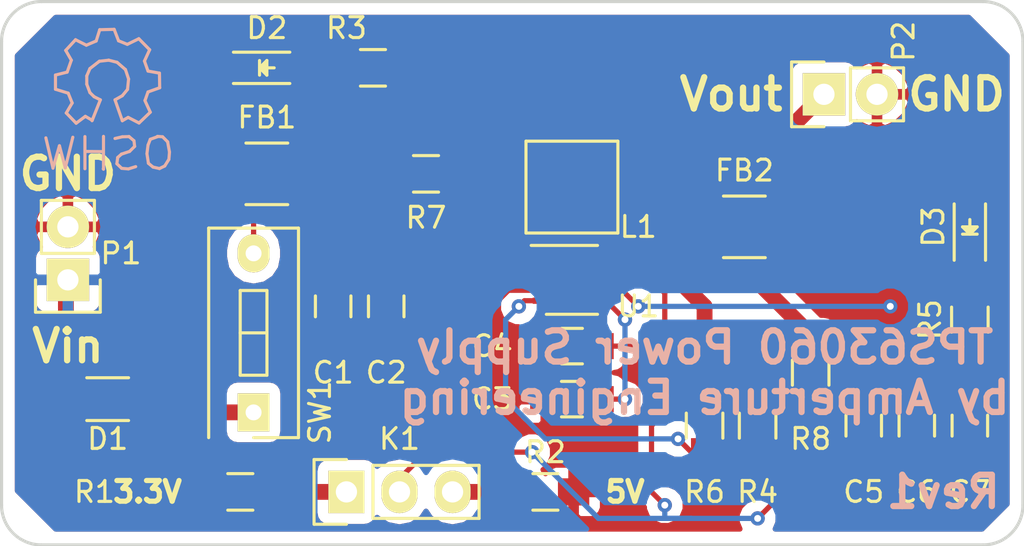
<source format=kicad_pcb>
(kicad_pcb (version 4) (host pcbnew no-vcs-found-product)

  (general
    (links 43)
    (no_connects 0)
    (area 64.694999 132.004999 113.740001 158.190001)
    (thickness 1.6)
    (drawings 22)
    (tracks 110)
    (zones 0)
    (modules 27)
    (nets 19)
  )

  (page A4)
  (layers
    (0 F.Cu signal hide)
    (31 B.Cu signal hide)
    (32 B.Adhes user hide)
    (33 F.Adhes user hide)
    (34 B.Paste user hide)
    (35 F.Paste user hide)
    (36 B.SilkS user)
    (37 F.SilkS user)
    (38 B.Mask user hide)
    (39 F.Mask user hide)
    (40 Dwgs.User user hide)
    (41 Cmts.User user hide)
    (42 Eco1.User user hide)
    (43 Eco2.User user hide)
    (44 Edge.Cuts user)
    (45 Margin user)
    (46 B.CrtYd user)
    (47 F.CrtYd user)
    (48 B.Fab user)
    (49 F.Fab user)
  )

  (setup
    (last_trace_width 0.25)
    (trace_clearance 0.1524)
    (zone_clearance 0.508)
    (zone_45_only yes)
    (trace_min 0.1524)
    (segment_width 0.2)
    (edge_width 0.15)
    (via_size 0.6858)
    (via_drill 0.3302)
    (via_min_size 0.6858)
    (via_min_drill 0.3302)
    (uvia_size 0.762)
    (uvia_drill 0.508)
    (uvias_allowed no)
    (uvia_min_size 0)
    (uvia_min_drill 0)
    (pcb_text_width 0.3)
    (pcb_text_size 1.5 1.5)
    (mod_edge_width 0.15)
    (mod_text_size 1 1)
    (mod_text_width 0.15)
    (pad_size 1.524 1.524)
    (pad_drill 0.762)
    (pad_to_mask_clearance 0.2)
    (aux_axis_origin 0 0)
    (visible_elements FFFF3FFF)
    (pcbplotparams
      (layerselection 0x010f0_80000001)
      (usegerberextensions true)
      (excludeedgelayer true)
      (linewidth 0.100000)
      (plotframeref false)
      (viasonmask false)
      (mode 1)
      (useauxorigin false)
      (hpglpennumber 1)
      (hpglpenspeed 20)
      (hpglpendiameter 15)
      (hpglpenoverlay 2)
      (psnegative false)
      (psa4output false)
      (plotreference true)
      (plotvalue true)
      (plotinvisibletext false)
      (padsonsilk false)
      (subtractmaskfromsilk false)
      (outputformat 1)
      (mirror false)
      (drillshape 0)
      (scaleselection 1)
      (outputdirectory gerb/))
  )

  (net 0 "")
  (net 1 "Net-(C1-Pad1)")
  (net 2 GND)
  (net 3 "Net-(C3-Pad1)")
  (net 4 FEEDBACK)
  (net 5 "Net-(C5-Pad1)")
  (net 6 "Net-(D2-Pad1)")
  (net 7 "Net-(D3-Pad1)")
  (net 8 "Net-(K1-Pad1)")
  (net 9 "Net-(K1-Pad3)")
  (net 10 "Net-(L1-Pad2)")
  (net 11 "Net-(L1-Pad1)")
  (net 12 PG)
  (net 13 "Net-(R7-Pad1)")
  (net 14 "Net-(FB2-Pad1)")
  (net 15 "Net-(D1-Pad2)")
  (net 16 "Net-(FB1-Pad1)")
  (net 17 VCC)
  (net 18 VOUT)

  (net_class Default "This is the default net class."
    (clearance 0.1524)
    (trace_width 0.25)
    (via_dia 0.6858)
    (via_drill 0.3302)
    (uvia_dia 0.762)
    (uvia_drill 0.508)
    (add_net FEEDBACK)
    (add_net GND)
    (add_net "Net-(C1-Pad1)")
    (add_net "Net-(C3-Pad1)")
    (add_net "Net-(C5-Pad1)")
    (add_net "Net-(D1-Pad2)")
    (add_net "Net-(D2-Pad1)")
    (add_net "Net-(D3-Pad1)")
    (add_net "Net-(FB1-Pad1)")
    (add_net "Net-(FB2-Pad1)")
    (add_net "Net-(K1-Pad1)")
    (add_net "Net-(K1-Pad3)")
    (add_net "Net-(L1-Pad1)")
    (add_net "Net-(L1-Pad2)")
    (add_net "Net-(R7-Pad1)")
    (add_net PG)
    (add_net VCC)
    (add_net VOUT)
  )

  (module Symbols:Symbol_OSHW-Logo_SilkScreen (layer B.Cu) (tedit 5706E4F5) (tstamp 5706151B)
    (at 69.85 135.89 180)
    (descr "Symbol, OSHW-Logo, Silk Screen,")
    (tags "Symbol, OSHW-Logo, Silk Screen,")
    (fp_text reference REF** (at 0.09906 4.38912 180) (layer B.SilkS) hide
      (effects (font (size 1 1) (thickness 0.15)) (justify mirror))
    )
    (fp_text value Symbol_OSHW-Logo_SilkScreen (at 0.30988 -6.56082 180) (layer B.Fab)
      (effects (font (size 1 1) (thickness 0.15)) (justify mirror))
    )
    (fp_line (start 1.66878 -2.68986) (end 2.02946 -4.16052) (layer B.SilkS) (width 0.15))
    (fp_line (start 2.02946 -4.16052) (end 2.30886 -3.0988) (layer B.SilkS) (width 0.15))
    (fp_line (start 2.30886 -3.0988) (end 2.61874 -4.17068) (layer B.SilkS) (width 0.15))
    (fp_line (start 2.61874 -4.17068) (end 2.9591 -2.72034) (layer B.SilkS) (width 0.15))
    (fp_line (start 0.24892 -3.38074) (end 1.03886 -3.37058) (layer B.SilkS) (width 0.15))
    (fp_line (start 1.03886 -3.37058) (end 1.04902 -3.38074) (layer B.SilkS) (width 0.15))
    (fp_line (start 1.04902 -3.38074) (end 1.04902 -3.37058) (layer B.SilkS) (width 0.15))
    (fp_line (start 1.08966 -2.65938) (end 1.08966 -4.20116) (layer B.SilkS) (width 0.15))
    (fp_line (start 0.20066 -2.64922) (end 0.20066 -4.21894) (layer B.SilkS) (width 0.15))
    (fp_line (start 0.20066 -4.21894) (end 0.21082 -4.20878) (layer B.SilkS) (width 0.15))
    (fp_line (start -0.35052 -2.75082) (end -0.70104 -2.66954) (layer B.SilkS) (width 0.15))
    (fp_line (start -0.70104 -2.66954) (end -1.02108 -2.65938) (layer B.SilkS) (width 0.15))
    (fp_line (start -1.02108 -2.65938) (end -1.25984 -2.86004) (layer B.SilkS) (width 0.15))
    (fp_line (start -1.25984 -2.86004) (end -1.29032 -3.12928) (layer B.SilkS) (width 0.15))
    (fp_line (start -1.29032 -3.12928) (end -1.04902 -3.37058) (layer B.SilkS) (width 0.15))
    (fp_line (start -1.04902 -3.37058) (end -0.6604 -3.50012) (layer B.SilkS) (width 0.15))
    (fp_line (start -0.6604 -3.50012) (end -0.48006 -3.66014) (layer B.SilkS) (width 0.15))
    (fp_line (start -0.48006 -3.66014) (end -0.43942 -3.95986) (layer B.SilkS) (width 0.15))
    (fp_line (start -0.43942 -3.95986) (end -0.67056 -4.18084) (layer B.SilkS) (width 0.15))
    (fp_line (start -0.67056 -4.18084) (end -0.9906 -4.20878) (layer B.SilkS) (width 0.15))
    (fp_line (start -0.9906 -4.20878) (end -1.34112 -4.09956) (layer B.SilkS) (width 0.15))
    (fp_line (start -2.37998 -2.64922) (end -2.6289 -2.66954) (layer B.SilkS) (width 0.15))
    (fp_line (start -2.6289 -2.66954) (end -2.8702 -2.91084) (layer B.SilkS) (width 0.15))
    (fp_line (start -2.8702 -2.91084) (end -2.9591 -3.40106) (layer B.SilkS) (width 0.15))
    (fp_line (start -2.9591 -3.40106) (end -2.93116 -3.74904) (layer B.SilkS) (width 0.15))
    (fp_line (start -2.93116 -3.74904) (end -2.7305 -4.06908) (layer B.SilkS) (width 0.15))
    (fp_line (start -2.7305 -4.06908) (end -2.47904 -4.191) (layer B.SilkS) (width 0.15))
    (fp_line (start -2.47904 -4.191) (end -2.16916 -4.11988) (layer B.SilkS) (width 0.15))
    (fp_line (start -2.16916 -4.11988) (end -1.95072 -3.93954) (layer B.SilkS) (width 0.15))
    (fp_line (start -1.95072 -3.93954) (end -1.8796 -3.4798) (layer B.SilkS) (width 0.15))
    (fp_line (start -1.8796 -3.4798) (end -1.9304 -3.07086) (layer B.SilkS) (width 0.15))
    (fp_line (start -1.9304 -3.07086) (end -2.03962 -2.78892) (layer B.SilkS) (width 0.15))
    (fp_line (start -2.03962 -2.78892) (end -2.4003 -2.65938) (layer B.SilkS) (width 0.15))
    (fp_line (start -1.78054 -0.92964) (end -2.03962 -1.49098) (layer B.SilkS) (width 0.15))
    (fp_line (start -2.03962 -1.49098) (end -1.50114 -2.00914) (layer B.SilkS) (width 0.15))
    (fp_line (start -1.50114 -2.00914) (end -0.98044 -1.7399) (layer B.SilkS) (width 0.15))
    (fp_line (start -0.98044 -1.7399) (end -0.70104 -1.89992) (layer B.SilkS) (width 0.15))
    (fp_line (start 0.73914 -1.8796) (end 1.06934 -1.6891) (layer B.SilkS) (width 0.15))
    (fp_line (start 1.06934 -1.6891) (end 1.50876 -2.0193) (layer B.SilkS) (width 0.15))
    (fp_line (start 1.50876 -2.0193) (end 1.9812 -1.52908) (layer B.SilkS) (width 0.15))
    (fp_line (start 1.9812 -1.52908) (end 1.69926 -1.04902) (layer B.SilkS) (width 0.15))
    (fp_line (start 1.69926 -1.04902) (end 1.88976 -0.57912) (layer B.SilkS) (width 0.15))
    (fp_line (start 1.88976 -0.57912) (end 2.49936 -0.39116) (layer B.SilkS) (width 0.15))
    (fp_line (start 2.49936 -0.39116) (end 2.49936 0.28956) (layer B.SilkS) (width 0.15))
    (fp_line (start 2.49936 0.28956) (end 1.94056 0.42926) (layer B.SilkS) (width 0.15))
    (fp_line (start 1.94056 0.42926) (end 1.7399 1.00076) (layer B.SilkS) (width 0.15))
    (fp_line (start 1.7399 1.00076) (end 2.00914 1.47066) (layer B.SilkS) (width 0.15))
    (fp_line (start 2.00914 1.47066) (end 1.53924 1.9812) (layer B.SilkS) (width 0.15))
    (fp_line (start 1.53924 1.9812) (end 1.02108 1.71958) (layer B.SilkS) (width 0.15))
    (fp_line (start 1.02108 1.71958) (end 0.55118 1.92024) (layer B.SilkS) (width 0.15))
    (fp_line (start 0.55118 1.92024) (end 0.381 2.46126) (layer B.SilkS) (width 0.15))
    (fp_line (start 0.381 2.46126) (end -0.30988 2.47904) (layer B.SilkS) (width 0.15))
    (fp_line (start -0.30988 2.47904) (end -0.5207 1.9304) (layer B.SilkS) (width 0.15))
    (fp_line (start -0.5207 1.9304) (end -0.9398 1.76022) (layer B.SilkS) (width 0.15))
    (fp_line (start -0.9398 1.76022) (end -1.49098 2.02946) (layer B.SilkS) (width 0.15))
    (fp_line (start -1.49098 2.02946) (end -2.00914 1.50114) (layer B.SilkS) (width 0.15))
    (fp_line (start -2.00914 1.50114) (end -1.76022 0.96012) (layer B.SilkS) (width 0.15))
    (fp_line (start -1.76022 0.96012) (end -1.9304 0.48006) (layer B.SilkS) (width 0.15))
    (fp_line (start -1.9304 0.48006) (end -2.47904 0.381) (layer B.SilkS) (width 0.15))
    (fp_line (start -2.47904 0.381) (end -2.4892 -0.32004) (layer B.SilkS) (width 0.15))
    (fp_line (start -2.4892 -0.32004) (end -1.9304 -0.5207) (layer B.SilkS) (width 0.15))
    (fp_line (start -1.9304 -0.5207) (end -1.7907 -0.91948) (layer B.SilkS) (width 0.15))
    (fp_line (start 0.35052 -0.89916) (end 0.65024 -0.7493) (layer B.SilkS) (width 0.15))
    (fp_line (start 0.65024 -0.7493) (end 0.8509 -0.55118) (layer B.SilkS) (width 0.15))
    (fp_line (start 0.8509 -0.55118) (end 1.00076 -0.14986) (layer B.SilkS) (width 0.15))
    (fp_line (start 1.00076 -0.14986) (end 1.00076 0.24892) (layer B.SilkS) (width 0.15))
    (fp_line (start 1.00076 0.24892) (end 0.8509 0.59944) (layer B.SilkS) (width 0.15))
    (fp_line (start 0.8509 0.59944) (end 0.39878 0.94996) (layer B.SilkS) (width 0.15))
    (fp_line (start 0.39878 0.94996) (end -0.0508 1.00076) (layer B.SilkS) (width 0.15))
    (fp_line (start -0.0508 1.00076) (end -0.44958 0.89916) (layer B.SilkS) (width 0.15))
    (fp_line (start -0.44958 0.89916) (end -0.8509 0.55118) (layer B.SilkS) (width 0.15))
    (fp_line (start -0.8509 0.55118) (end -1.00076 0.09906) (layer B.SilkS) (width 0.15))
    (fp_line (start -1.00076 0.09906) (end -0.94996 -0.39878) (layer B.SilkS) (width 0.15))
    (fp_line (start -0.94996 -0.39878) (end -0.70104 -0.70104) (layer B.SilkS) (width 0.15))
    (fp_line (start -0.70104 -0.70104) (end -0.35052 -0.89916) (layer B.SilkS) (width 0.15))
    (fp_line (start -0.35052 -0.89916) (end -0.70104 -1.89992) (layer B.SilkS) (width 0.15))
    (fp_line (start 0.35052 -0.89916) (end 0.7493 -1.89992) (layer B.SilkS) (width 0.15))
  )

  (module Capacitors_SMD:C_0805_HandSoldering (layer F.Cu) (tedit 5705FE85) (tstamp 5705A9B2)
    (at 80.645 146.685 270)
    (descr "Capacitor SMD 0805, hand soldering")
    (tags "capacitor 0805")
    (path /56ED1726)
    (attr smd)
    (fp_text reference C1 (at 3.175 0 360) (layer F.SilkS)
      (effects (font (size 1 1) (thickness 0.15)))
    )
    (fp_text value "10 uF" (at 0 2.1 270) (layer F.Fab)
      (effects (font (size 1 1) (thickness 0.15)))
    )
    (fp_line (start -2.3 -1) (end 2.3 -1) (layer F.CrtYd) (width 0.05))
    (fp_line (start -2.3 1) (end 2.3 1) (layer F.CrtYd) (width 0.05))
    (fp_line (start -2.3 -1) (end -2.3 1) (layer F.CrtYd) (width 0.05))
    (fp_line (start 2.3 -1) (end 2.3 1) (layer F.CrtYd) (width 0.05))
    (fp_line (start 0.5 -0.85) (end -0.5 -0.85) (layer F.SilkS) (width 0.15))
    (fp_line (start -0.5 0.85) (end 0.5 0.85) (layer F.SilkS) (width 0.15))
    (pad 1 smd rect (at -1.25 0 270) (size 1.5 1.25) (layers F.Cu F.Paste F.Mask)
      (net 1 "Net-(C1-Pad1)"))
    (pad 2 smd rect (at 1.25 0 270) (size 1.5 1.25) (layers F.Cu F.Paste F.Mask)
      (net 2 GND))
    (model Capacitors_SMD.3dshapes/C_0805_HandSoldering.wrl
      (at (xyz 0 0 0))
      (scale (xyz 1 1 1))
      (rotate (xyz 0 0 0))
    )
  )

  (module Capacitors_SMD:C_0805_HandSoldering (layer F.Cu) (tedit 5705FE82) (tstamp 5705A9B8)
    (at 83.185 146.685 270)
    (descr "Capacitor SMD 0805, hand soldering")
    (tags "capacitor 0805")
    (path /56ED04FF)
    (attr smd)
    (fp_text reference C2 (at 3.175 0 360) (layer F.SilkS)
      (effects (font (size 1 1) (thickness 0.15)))
    )
    (fp_text value "0.1 uF" (at 0 2.1 270) (layer F.Fab)
      (effects (font (size 1 1) (thickness 0.15)))
    )
    (fp_line (start -2.3 -1) (end 2.3 -1) (layer F.CrtYd) (width 0.05))
    (fp_line (start -2.3 1) (end 2.3 1) (layer F.CrtYd) (width 0.05))
    (fp_line (start -2.3 -1) (end -2.3 1) (layer F.CrtYd) (width 0.05))
    (fp_line (start 2.3 -1) (end 2.3 1) (layer F.CrtYd) (width 0.05))
    (fp_line (start 0.5 -0.85) (end -0.5 -0.85) (layer F.SilkS) (width 0.15))
    (fp_line (start -0.5 0.85) (end 0.5 0.85) (layer F.SilkS) (width 0.15))
    (pad 1 smd rect (at -1.25 0 270) (size 1.5 1.25) (layers F.Cu F.Paste F.Mask)
      (net 1 "Net-(C1-Pad1)"))
    (pad 2 smd rect (at 1.25 0 270) (size 1.5 1.25) (layers F.Cu F.Paste F.Mask)
      (net 2 GND))
    (model Capacitors_SMD.3dshapes/C_0805_HandSoldering.wrl
      (at (xyz 0 0 0))
      (scale (xyz 1 1 1))
      (rotate (xyz 0 0 0))
    )
  )

  (module Capacitors_SMD:C_0805_HandSoldering (layer F.Cu) (tedit 5705FEC3) (tstamp 5705A9BE)
    (at 92.075 151.13 180)
    (descr "Capacitor SMD 0805, hand soldering")
    (tags "capacitor 0805")
    (path /56ED088D)
    (attr smd)
    (fp_text reference C3 (at 3.81 0 180) (layer F.SilkS)
      (effects (font (size 1 1) (thickness 0.15)))
    )
    (fp_text value "0.1 uF" (at 0 2.1 180) (layer F.Fab)
      (effects (font (size 1 1) (thickness 0.15)))
    )
    (fp_line (start -2.3 -1) (end 2.3 -1) (layer F.CrtYd) (width 0.05))
    (fp_line (start -2.3 1) (end 2.3 1) (layer F.CrtYd) (width 0.05))
    (fp_line (start -2.3 -1) (end -2.3 1) (layer F.CrtYd) (width 0.05))
    (fp_line (start 2.3 -1) (end 2.3 1) (layer F.CrtYd) (width 0.05))
    (fp_line (start 0.5 -0.85) (end -0.5 -0.85) (layer F.SilkS) (width 0.15))
    (fp_line (start -0.5 0.85) (end 0.5 0.85) (layer F.SilkS) (width 0.15))
    (pad 1 smd rect (at -1.25 0 180) (size 1.5 1.25) (layers F.Cu F.Paste F.Mask)
      (net 3 "Net-(C3-Pad1)"))
    (pad 2 smd rect (at 1.25 0 180) (size 1.5 1.25) (layers F.Cu F.Paste F.Mask)
      (net 2 GND))
    (model Capacitors_SMD.3dshapes/C_0805_HandSoldering.wrl
      (at (xyz 0 0 0))
      (scale (xyz 1 1 1))
      (rotate (xyz 0 0 0))
    )
  )

  (module Capacitors_SMD:C_0805_HandSoldering (layer F.Cu) (tedit 5705FE5A) (tstamp 5705A9C4)
    (at 92.075 148.59 180)
    (descr "Capacitor SMD 0805, hand soldering")
    (tags "capacitor 0805")
    (path /56ED0CDC)
    (attr smd)
    (fp_text reference C4 (at 3.81 0 180) (layer F.SilkS)
      (effects (font (size 1 1) (thickness 0.15)))
    )
    (fp_text value "10 pF" (at 0 2.1 180) (layer F.Fab)
      (effects (font (size 1 1) (thickness 0.15)))
    )
    (fp_line (start -2.3 -1) (end 2.3 -1) (layer F.CrtYd) (width 0.05))
    (fp_line (start -2.3 1) (end 2.3 1) (layer F.CrtYd) (width 0.05))
    (fp_line (start -2.3 -1) (end -2.3 1) (layer F.CrtYd) (width 0.05))
    (fp_line (start 2.3 -1) (end 2.3 1) (layer F.CrtYd) (width 0.05))
    (fp_line (start 0.5 -0.85) (end -0.5 -0.85) (layer F.SilkS) (width 0.15))
    (fp_line (start -0.5 0.85) (end 0.5 0.85) (layer F.SilkS) (width 0.15))
    (pad 1 smd rect (at -1.25 0 180) (size 1.5 1.25) (layers F.Cu F.Paste F.Mask)
      (net 4 FEEDBACK))
    (pad 2 smd rect (at 1.25 0 180) (size 1.5 1.25) (layers F.Cu F.Paste F.Mask)
      (net 2 GND))
    (model Capacitors_SMD.3dshapes/C_0805_HandSoldering.wrl
      (at (xyz 0 0 0))
      (scale (xyz 1 1 1))
      (rotate (xyz 0 0 0))
    )
  )

  (module Capacitors_SMD:C_0805_HandSoldering (layer F.Cu) (tedit 5705FD7E) (tstamp 5705A9CA)
    (at 106.045 152.4 270)
    (descr "Capacitor SMD 0805, hand soldering")
    (tags "capacitor 0805")
    (path /56ED0F3F)
    (attr smd)
    (fp_text reference C5 (at 3.175 0 360) (layer F.SilkS)
      (effects (font (size 1 1) (thickness 0.15)))
    )
    (fp_text value 22uF (at 0 2.1 270) (layer F.Fab)
      (effects (font (size 1 1) (thickness 0.15)))
    )
    (fp_line (start -2.3 -1) (end 2.3 -1) (layer F.CrtYd) (width 0.05))
    (fp_line (start -2.3 1) (end 2.3 1) (layer F.CrtYd) (width 0.05))
    (fp_line (start -2.3 -1) (end -2.3 1) (layer F.CrtYd) (width 0.05))
    (fp_line (start 2.3 -1) (end 2.3 1) (layer F.CrtYd) (width 0.05))
    (fp_line (start 0.5 -0.85) (end -0.5 -0.85) (layer F.SilkS) (width 0.15))
    (fp_line (start -0.5 0.85) (end 0.5 0.85) (layer F.SilkS) (width 0.15))
    (pad 1 smd rect (at -1.25 0 270) (size 1.5 1.25) (layers F.Cu F.Paste F.Mask)
      (net 5 "Net-(C5-Pad1)"))
    (pad 2 smd rect (at 1.25 0 270) (size 1.5 1.25) (layers F.Cu F.Paste F.Mask)
      (net 2 GND))
    (model Capacitors_SMD.3dshapes/C_0805_HandSoldering.wrl
      (at (xyz 0 0 0))
      (scale (xyz 1 1 1))
      (rotate (xyz 0 0 0))
    )
  )

  (module Capacitors_SMD:C_0805_HandSoldering (layer F.Cu) (tedit 5705FD82) (tstamp 5705A9D0)
    (at 108.585 152.4 270)
    (descr "Capacitor SMD 0805, hand soldering")
    (tags "capacitor 0805")
    (path /56ED199B)
    (attr smd)
    (fp_text reference C6 (at 3.175 0 360) (layer F.SilkS)
      (effects (font (size 1 1) (thickness 0.15)))
    )
    (fp_text value 22uF (at 0 2.1 270) (layer F.Fab)
      (effects (font (size 1 1) (thickness 0.15)))
    )
    (fp_line (start -2.3 -1) (end 2.3 -1) (layer F.CrtYd) (width 0.05))
    (fp_line (start -2.3 1) (end 2.3 1) (layer F.CrtYd) (width 0.05))
    (fp_line (start -2.3 -1) (end -2.3 1) (layer F.CrtYd) (width 0.05))
    (fp_line (start 2.3 -1) (end 2.3 1) (layer F.CrtYd) (width 0.05))
    (fp_line (start 0.5 -0.85) (end -0.5 -0.85) (layer F.SilkS) (width 0.15))
    (fp_line (start -0.5 0.85) (end 0.5 0.85) (layer F.SilkS) (width 0.15))
    (pad 1 smd rect (at -1.25 0 270) (size 1.5 1.25) (layers F.Cu F.Paste F.Mask)
      (net 5 "Net-(C5-Pad1)"))
    (pad 2 smd rect (at 1.25 0 270) (size 1.5 1.25) (layers F.Cu F.Paste F.Mask)
      (net 2 GND))
    (model Capacitors_SMD.3dshapes/C_0805_HandSoldering.wrl
      (at (xyz 0 0 0))
      (scale (xyz 1 1 1))
      (rotate (xyz 0 0 0))
    )
  )

  (module Capacitors_SMD:C_0805_HandSoldering (layer F.Cu) (tedit 5705FD79) (tstamp 5705A9D6)
    (at 111.125 152.4 270)
    (descr "Capacitor SMD 0805, hand soldering")
    (tags "capacitor 0805")
    (path /56ED19D2)
    (attr smd)
    (fp_text reference C7 (at 3.175 0 360) (layer F.SilkS)
      (effects (font (size 1 1) (thickness 0.15)))
    )
    (fp_text value 22uF (at 0 2.1 270) (layer F.Fab)
      (effects (font (size 1 1) (thickness 0.15)))
    )
    (fp_line (start -2.3 -1) (end 2.3 -1) (layer F.CrtYd) (width 0.05))
    (fp_line (start -2.3 1) (end 2.3 1) (layer F.CrtYd) (width 0.05))
    (fp_line (start -2.3 -1) (end -2.3 1) (layer F.CrtYd) (width 0.05))
    (fp_line (start 2.3 -1) (end 2.3 1) (layer F.CrtYd) (width 0.05))
    (fp_line (start 0.5 -0.85) (end -0.5 -0.85) (layer F.SilkS) (width 0.15))
    (fp_line (start -0.5 0.85) (end 0.5 0.85) (layer F.SilkS) (width 0.15))
    (pad 1 smd rect (at -1.25 0 270) (size 1.5 1.25) (layers F.Cu F.Paste F.Mask)
      (net 5 "Net-(C5-Pad1)"))
    (pad 2 smd rect (at 1.25 0 270) (size 1.5 1.25) (layers F.Cu F.Paste F.Mask)
      (net 2 GND))
    (model Capacitors_SMD.3dshapes/C_0805_HandSoldering.wrl
      (at (xyz 0 0 0))
      (scale (xyz 1 1 1))
      (rotate (xyz 0 0 0))
    )
  )

  (module LEDs:LED_0805 (layer F.Cu) (tedit 5706072A) (tstamp 5705A9DC)
    (at 77.47 135.255)
    (descr "LED 0805 smd package")
    (tags "LED 0805 SMD")
    (path /56EF9B42)
    (attr smd)
    (fp_text reference D2 (at 0 -1.905) (layer F.SilkS)
      (effects (font (size 1 1) (thickness 0.15)))
    )
    (fp_text value LED (at 0 1.75) (layer F.Fab)
      (effects (font (size 1 1) (thickness 0.15)))
    )
    (fp_line (start -1.6 0.75) (end 1.1 0.75) (layer F.SilkS) (width 0.15))
    (fp_line (start -1.6 -0.75) (end 1.1 -0.75) (layer F.SilkS) (width 0.15))
    (fp_line (start -0.1 0.15) (end -0.1 -0.1) (layer F.SilkS) (width 0.15))
    (fp_line (start -0.1 -0.1) (end -0.25 0.05) (layer F.SilkS) (width 0.15))
    (fp_line (start -0.35 -0.35) (end -0.35 0.35) (layer F.SilkS) (width 0.15))
    (fp_line (start 0 0) (end 0.35 0) (layer F.SilkS) (width 0.15))
    (fp_line (start -0.35 0) (end 0 -0.35) (layer F.SilkS) (width 0.15))
    (fp_line (start 0 -0.35) (end 0 0.35) (layer F.SilkS) (width 0.15))
    (fp_line (start 0 0.35) (end -0.35 0) (layer F.SilkS) (width 0.15))
    (fp_line (start 1.9 -0.95) (end 1.9 0.95) (layer F.CrtYd) (width 0.05))
    (fp_line (start 1.9 0.95) (end -1.9 0.95) (layer F.CrtYd) (width 0.05))
    (fp_line (start -1.9 0.95) (end -1.9 -0.95) (layer F.CrtYd) (width 0.05))
    (fp_line (start -1.9 -0.95) (end 1.9 -0.95) (layer F.CrtYd) (width 0.05))
    (pad 2 smd rect (at 1.04902 0 180) (size 1.19888 1.19888) (layers F.Cu F.Paste F.Mask)
      (net 2 GND))
    (pad 1 smd rect (at -1.04902 0 180) (size 1.19888 1.19888) (layers F.Cu F.Paste F.Mask)
      (net 6 "Net-(D2-Pad1)"))
    (model LEDs.3dshapes/LED_0805.wrl
      (at (xyz 0 0 0))
      (scale (xyz 1 1 1))
      (rotate (xyz 0 0 0))
    )
  )

  (module LEDs:LED_0805 (layer F.Cu) (tedit 55BDE1C2) (tstamp 5705A9E2)
    (at 111.125 142.875 90)
    (descr "LED 0805 smd package")
    (tags "LED 0805 SMD")
    (path /56EE6EA1)
    (attr smd)
    (fp_text reference D3 (at 0 -1.75 90) (layer F.SilkS)
      (effects (font (size 1 1) (thickness 0.15)))
    )
    (fp_text value LED (at 0 1.75 90) (layer F.Fab)
      (effects (font (size 1 1) (thickness 0.15)))
    )
    (fp_line (start -1.6 0.75) (end 1.1 0.75) (layer F.SilkS) (width 0.15))
    (fp_line (start -1.6 -0.75) (end 1.1 -0.75) (layer F.SilkS) (width 0.15))
    (fp_line (start -0.1 0.15) (end -0.1 -0.1) (layer F.SilkS) (width 0.15))
    (fp_line (start -0.1 -0.1) (end -0.25 0.05) (layer F.SilkS) (width 0.15))
    (fp_line (start -0.35 -0.35) (end -0.35 0.35) (layer F.SilkS) (width 0.15))
    (fp_line (start 0 0) (end 0.35 0) (layer F.SilkS) (width 0.15))
    (fp_line (start -0.35 0) (end 0 -0.35) (layer F.SilkS) (width 0.15))
    (fp_line (start 0 -0.35) (end 0 0.35) (layer F.SilkS) (width 0.15))
    (fp_line (start 0 0.35) (end -0.35 0) (layer F.SilkS) (width 0.15))
    (fp_line (start 1.9 -0.95) (end 1.9 0.95) (layer F.CrtYd) (width 0.05))
    (fp_line (start 1.9 0.95) (end -1.9 0.95) (layer F.CrtYd) (width 0.05))
    (fp_line (start -1.9 0.95) (end -1.9 -0.95) (layer F.CrtYd) (width 0.05))
    (fp_line (start -1.9 -0.95) (end 1.9 -0.95) (layer F.CrtYd) (width 0.05))
    (pad 2 smd rect (at 1.04902 0 270) (size 1.19888 1.19888) (layers F.Cu F.Paste F.Mask)
      (net 2 GND))
    (pad 1 smd rect (at -1.04902 0 270) (size 1.19888 1.19888) (layers F.Cu F.Paste F.Mask)
      (net 7 "Net-(D3-Pad1)"))
    (model LEDs.3dshapes/LED_0805.wrl
      (at (xyz 0 0 0))
      (scale (xyz 1 1 1))
      (rotate (xyz 0 0 0))
    )
  )

  (module Pin_Headers:Pin_Header_Straight_1x03 (layer F.Cu) (tedit 5705FF59) (tstamp 5705A9E9)
    (at 81.28 155.575 90)
    (descr "Through hole pin header")
    (tags "pin header")
    (path /56EFC39A)
    (fp_text reference K1 (at 2.54 2.54 180) (layer F.SilkS)
      (effects (font (size 1 1) (thickness 0.15)))
    )
    (fp_text value CONN_3 (at 0 -3.1 90) (layer F.Fab)
      (effects (font (size 1 1) (thickness 0.15)))
    )
    (fp_line (start -1.75 -1.75) (end -1.75 6.85) (layer F.CrtYd) (width 0.05))
    (fp_line (start 1.75 -1.75) (end 1.75 6.85) (layer F.CrtYd) (width 0.05))
    (fp_line (start -1.75 -1.75) (end 1.75 -1.75) (layer F.CrtYd) (width 0.05))
    (fp_line (start -1.75 6.85) (end 1.75 6.85) (layer F.CrtYd) (width 0.05))
    (fp_line (start -1.27 1.27) (end -1.27 6.35) (layer F.SilkS) (width 0.15))
    (fp_line (start -1.27 6.35) (end 1.27 6.35) (layer F.SilkS) (width 0.15))
    (fp_line (start 1.27 6.35) (end 1.27 1.27) (layer F.SilkS) (width 0.15))
    (fp_line (start 1.55 -1.55) (end 1.55 0) (layer F.SilkS) (width 0.15))
    (fp_line (start 1.27 1.27) (end -1.27 1.27) (layer F.SilkS) (width 0.15))
    (fp_line (start -1.55 0) (end -1.55 -1.55) (layer F.SilkS) (width 0.15))
    (fp_line (start -1.55 -1.55) (end 1.55 -1.55) (layer F.SilkS) (width 0.15))
    (pad 1 thru_hole rect (at 0 0 90) (size 2.032 1.7272) (drill 1.016) (layers *.Cu *.Mask F.SilkS)
      (net 8 "Net-(K1-Pad1)"))
    (pad 2 thru_hole oval (at 0 2.54 90) (size 2.032 1.7272) (drill 1.016) (layers *.Cu *.Mask F.SilkS)
      (net 4 FEEDBACK))
    (pad 3 thru_hole oval (at 0 5.08 90) (size 2.032 1.7272) (drill 1.016) (layers *.Cu *.Mask F.SilkS)
      (net 9 "Net-(K1-Pad3)"))
    (model Pin_Headers.3dshapes/Pin_Header_Straight_1x03.wrl
      (at (xyz 0 -0.1 0))
      (scale (xyz 1 1 1))
      (rotate (xyz 0 0 90))
    )
  )

  (module XFL4020:XFL4020 (layer F.Cu) (tedit 5706071E) (tstamp 5705A9EF)
    (at 92.075 140.97)
    (path /56ED052F)
    (fp_text reference L1 (at 3.175 1.905) (layer F.SilkS)
      (effects (font (size 1 1) (thickness 0.15)))
    )
    (fp_text value "1 uH" (at 0.9144 -2.8956) (layer F.Fab)
      (effects (font (size 1 1) (thickness 0.15)))
    )
    (fp_line (start -2.2 -2.2) (end 2.2 -2.2) (layer F.SilkS) (width 0.15))
    (fp_line (start 2.2 -2.2) (end 2.2 2.2) (layer F.SilkS) (width 0.15))
    (fp_line (start 2.2 2.2) (end -2.2 2.2) (layer F.SilkS) (width 0.15))
    (fp_line (start -2.2 2.2) (end -2.2 -2.2) (layer F.SilkS) (width 0.15))
    (pad 2 smd rect (at 1.1938 0) (size 0.98 3.4) (layers F.Cu F.Paste F.Mask)
      (net 10 "Net-(L1-Pad2)"))
    (pad 1 smd rect (at -1.1762 0) (size 0.98 3.4) (layers F.Cu F.Paste F.Mask)
      (net 11 "Net-(L1-Pad1)"))
  )

  (module Resistors_SMD:R_0805_HandSoldering (layer F.Cu) (tedit 57060BBF) (tstamp 5705A9F5)
    (at 76.2 155.575)
    (descr "Resistor SMD 0805, hand soldering")
    (tags "resistor 0805")
    (path /56EFC6E5)
    (attr smd)
    (fp_text reference R1 (at -6.985 0) (layer F.SilkS)
      (effects (font (size 1 1) (thickness 0.15)))
    )
    (fp_text value "179k R" (at 0 2.1) (layer F.Fab)
      (effects (font (size 1 1) (thickness 0.15)))
    )
    (fp_line (start -2.4 -1) (end 2.4 -1) (layer F.CrtYd) (width 0.05))
    (fp_line (start -2.4 1) (end 2.4 1) (layer F.CrtYd) (width 0.05))
    (fp_line (start -2.4 -1) (end -2.4 1) (layer F.CrtYd) (width 0.05))
    (fp_line (start 2.4 -1) (end 2.4 1) (layer F.CrtYd) (width 0.05))
    (fp_line (start 0.6 0.875) (end -0.6 0.875) (layer F.SilkS) (width 0.15))
    (fp_line (start -0.6 -0.875) (end 0.6 -0.875) (layer F.SilkS) (width 0.15))
    (pad 1 smd rect (at -1.35 0) (size 1.5 1.3) (layers F.Cu F.Paste F.Mask)
      (net 2 GND))
    (pad 2 smd rect (at 1.35 0) (size 1.5 1.3) (layers F.Cu F.Paste F.Mask)
      (net 8 "Net-(K1-Pad1)"))
    (model Resistors_SMD.3dshapes/R_0805_HandSoldering.wrl
      (at (xyz 0 0 0))
      (scale (xyz 1 1 1))
      (rotate (xyz 0 0 0))
    )
  )

  (module Resistors_SMD:R_0805_HandSoldering (layer F.Cu) (tedit 570606A5) (tstamp 5705A9FB)
    (at 90.805 155.575 180)
    (descr "Resistor SMD 0805, hand soldering")
    (tags "resistor 0805")
    (path /56EFC5B1)
    (attr smd)
    (fp_text reference R2 (at 0 1.905 180) (layer F.SilkS)
      (effects (font (size 1 1) (thickness 0.15)))
    )
    (fp_text value "111k R" (at 0 2.1 180) (layer F.Fab)
      (effects (font (size 1 1) (thickness 0.15)))
    )
    (fp_line (start -2.4 -1) (end 2.4 -1) (layer F.CrtYd) (width 0.05))
    (fp_line (start -2.4 1) (end 2.4 1) (layer F.CrtYd) (width 0.05))
    (fp_line (start -2.4 -1) (end -2.4 1) (layer F.CrtYd) (width 0.05))
    (fp_line (start 2.4 -1) (end 2.4 1) (layer F.CrtYd) (width 0.05))
    (fp_line (start 0.6 0.875) (end -0.6 0.875) (layer F.SilkS) (width 0.15))
    (fp_line (start -0.6 -0.875) (end 0.6 -0.875) (layer F.SilkS) (width 0.15))
    (pad 1 smd rect (at -1.35 0 180) (size 1.5 1.3) (layers F.Cu F.Paste F.Mask)
      (net 2 GND))
    (pad 2 smd rect (at 1.35 0 180) (size 1.5 1.3) (layers F.Cu F.Paste F.Mask)
      (net 9 "Net-(K1-Pad3)"))
    (model Resistors_SMD.3dshapes/R_0805_HandSoldering.wrl
      (at (xyz 0 0 0))
      (scale (xyz 1 1 1))
      (rotate (xyz 0 0 0))
    )
  )

  (module Resistors_SMD:R_0805_HandSoldering (layer F.Cu) (tedit 5705FDFE) (tstamp 5705AA01)
    (at 82.55 135.255 180)
    (descr "Resistor SMD 0805, hand soldering")
    (tags "resistor 0805")
    (path /56EF9A6F)
    (attr smd)
    (fp_text reference R3 (at 1.27 1.905 180) (layer F.SilkS)
      (effects (font (size 1 1) (thickness 0.15)))
    )
    (fp_text value "22k R" (at 0 2.1 180) (layer F.Fab)
      (effects (font (size 1 1) (thickness 0.15)))
    )
    (fp_line (start -2.4 -1) (end 2.4 -1) (layer F.CrtYd) (width 0.05))
    (fp_line (start -2.4 1) (end 2.4 1) (layer F.CrtYd) (width 0.05))
    (fp_line (start -2.4 -1) (end -2.4 1) (layer F.CrtYd) (width 0.05))
    (fp_line (start 2.4 -1) (end 2.4 1) (layer F.CrtYd) (width 0.05))
    (fp_line (start 0.6 0.875) (end -0.6 0.875) (layer F.SilkS) (width 0.15))
    (fp_line (start -0.6 -0.875) (end 0.6 -0.875) (layer F.SilkS) (width 0.15))
    (pad 1 smd rect (at -1.35 0 180) (size 1.5 1.3) (layers F.Cu F.Paste F.Mask)
      (net 1 "Net-(C1-Pad1)"))
    (pad 2 smd rect (at 1.35 0 180) (size 1.5 1.3) (layers F.Cu F.Paste F.Mask)
      (net 6 "Net-(D2-Pad1)"))
    (model Resistors_SMD.3dshapes/R_0805_HandSoldering.wrl
      (at (xyz 0 0 0))
      (scale (xyz 1 1 1))
      (rotate (xyz 0 0 0))
    )
  )

  (module Resistors_SMD:R_0805_HandSoldering (layer F.Cu) (tedit 5705FDC9) (tstamp 5705AA07)
    (at 100.965 152.4 270)
    (descr "Resistor SMD 0805, hand soldering")
    (tags "resistor 0805")
    (path /56ED0C06)
    (attr smd)
    (fp_text reference R4 (at 3.175 0 360) (layer F.SilkS)
      (effects (font (size 1 1) (thickness 0.15)))
    )
    (fp_text value "1M R" (at 0 2.1 270) (layer F.Fab)
      (effects (font (size 1 1) (thickness 0.15)))
    )
    (fp_line (start -2.4 -1) (end 2.4 -1) (layer F.CrtYd) (width 0.05))
    (fp_line (start -2.4 1) (end 2.4 1) (layer F.CrtYd) (width 0.05))
    (fp_line (start -2.4 -1) (end -2.4 1) (layer F.CrtYd) (width 0.05))
    (fp_line (start 2.4 -1) (end 2.4 1) (layer F.CrtYd) (width 0.05))
    (fp_line (start 0.6 0.875) (end -0.6 0.875) (layer F.SilkS) (width 0.15))
    (fp_line (start -0.6 -0.875) (end 0.6 -0.875) (layer F.SilkS) (width 0.15))
    (pad 1 smd rect (at -1.35 0 270) (size 1.5 1.3) (layers F.Cu F.Paste F.Mask)
      (net 5 "Net-(C5-Pad1)"))
    (pad 2 smd rect (at 1.35 0 270) (size 1.5 1.3) (layers F.Cu F.Paste F.Mask)
      (net 4 FEEDBACK))
    (model Resistors_SMD.3dshapes/R_0805_HandSoldering.wrl
      (at (xyz 0 0 0))
      (scale (xyz 1 1 1))
      (rotate (xyz 0 0 0))
    )
  )

  (module Resistors_SMD:R_0805_HandSoldering (layer F.Cu) (tedit 57060F6D) (tstamp 5705AA0D)
    (at 111.125 147.32 270)
    (descr "Resistor SMD 0805, hand soldering")
    (tags "resistor 0805")
    (path /56EE6E39)
    (attr smd)
    (fp_text reference R5 (at 0 1.905 450) (layer F.SilkS)
      (effects (font (size 1 1) (thickness 0.15)))
    )
    (fp_text value "22k R" (at 0 2.1 270) (layer F.Fab)
      (effects (font (size 1 1) (thickness 0.15)))
    )
    (fp_line (start -2.4 -1) (end 2.4 -1) (layer F.CrtYd) (width 0.05))
    (fp_line (start -2.4 1) (end 2.4 1) (layer F.CrtYd) (width 0.05))
    (fp_line (start -2.4 -1) (end -2.4 1) (layer F.CrtYd) (width 0.05))
    (fp_line (start 2.4 -1) (end 2.4 1) (layer F.CrtYd) (width 0.05))
    (fp_line (start 0.6 0.875) (end -0.6 0.875) (layer F.SilkS) (width 0.15))
    (fp_line (start -0.6 -0.875) (end 0.6 -0.875) (layer F.SilkS) (width 0.15))
    (pad 1 smd rect (at -1.35 0 270) (size 1.5 1.3) (layers F.Cu F.Paste F.Mask)
      (net 7 "Net-(D3-Pad1)"))
    (pad 2 smd rect (at 1.35 0 270) (size 1.5 1.3) (layers F.Cu F.Paste F.Mask)
      (net 5 "Net-(C5-Pad1)"))
    (model Resistors_SMD.3dshapes/R_0805_HandSoldering.wrl
      (at (xyz 0 0 0))
      (scale (xyz 1 1 1))
      (rotate (xyz 0 0 0))
    )
  )

  (module Resistors_SMD:R_0805_HandSoldering (layer F.Cu) (tedit 5705FDBB) (tstamp 5705AA13)
    (at 98.425 152.4 90)
    (descr "Resistor SMD 0805, hand soldering")
    (tags "resistor 0805")
    (path /56ED0E93)
    (attr smd)
    (fp_text reference R6 (at -3.175 0 180) (layer F.SilkS)
      (effects (font (size 1 1) (thickness 0.15)))
    )
    (fp_text value "1M R" (at 0 2.1 90) (layer F.Fab)
      (effects (font (size 1 1) (thickness 0.15)))
    )
    (fp_line (start -2.4 -1) (end 2.4 -1) (layer F.CrtYd) (width 0.05))
    (fp_line (start -2.4 1) (end 2.4 1) (layer F.CrtYd) (width 0.05))
    (fp_line (start -2.4 -1) (end -2.4 1) (layer F.CrtYd) (width 0.05))
    (fp_line (start 2.4 -1) (end 2.4 1) (layer F.CrtYd) (width 0.05))
    (fp_line (start 0.6 0.875) (end -0.6 0.875) (layer F.SilkS) (width 0.15))
    (fp_line (start -0.6 -0.875) (end 0.6 -0.875) (layer F.SilkS) (width 0.15))
    (pad 1 smd rect (at -1.35 0 90) (size 1.5 1.3) (layers F.Cu F.Paste F.Mask)
      (net 12 PG))
    (pad 2 smd rect (at 1.35 0 90) (size 1.5 1.3) (layers F.Cu F.Paste F.Mask)
      (net 5 "Net-(C5-Pad1)"))
    (model Resistors_SMD.3dshapes/R_0805_HandSoldering.wrl
      (at (xyz 0 0 0))
      (scale (xyz 1 1 1))
      (rotate (xyz 0 0 0))
    )
  )

  (module Resistors_SMD:R_0805_HandSoldering (layer F.Cu) (tedit 54189DEE) (tstamp 5705AA19)
    (at 85.09 140.335 180)
    (descr "Resistor SMD 0805, hand soldering")
    (tags "resistor 0805")
    (path /56F02733)
    (attr smd)
    (fp_text reference R7 (at 0 -2.1 180) (layer F.SilkS)
      (effects (font (size 1 1) (thickness 0.15)))
    )
    (fp_text value 0.01 (at 0 2.1 180) (layer F.Fab)
      (effects (font (size 1 1) (thickness 0.15)))
    )
    (fp_line (start -2.4 -1) (end 2.4 -1) (layer F.CrtYd) (width 0.05))
    (fp_line (start -2.4 1) (end 2.4 1) (layer F.CrtYd) (width 0.05))
    (fp_line (start -2.4 -1) (end -2.4 1) (layer F.CrtYd) (width 0.05))
    (fp_line (start 2.4 -1) (end 2.4 1) (layer F.CrtYd) (width 0.05))
    (fp_line (start 0.6 0.875) (end -0.6 0.875) (layer F.SilkS) (width 0.15))
    (fp_line (start -0.6 -0.875) (end 0.6 -0.875) (layer F.SilkS) (width 0.15))
    (pad 1 smd rect (at -1.35 0 180) (size 1.5 1.3) (layers F.Cu F.Paste F.Mask)
      (net 13 "Net-(R7-Pad1)"))
    (pad 2 smd rect (at 1.35 0 180) (size 1.5 1.3) (layers F.Cu F.Paste F.Mask)
      (net 1 "Net-(C1-Pad1)"))
    (model Resistors_SMD.3dshapes/R_0805_HandSoldering.wrl
      (at (xyz 0 0 0))
      (scale (xyz 1 1 1))
      (rotate (xyz 0 0 0))
    )
  )

  (module Resistors_SMD:R_0805_HandSoldering (layer F.Cu) (tedit 57060E86) (tstamp 5705AA1F)
    (at 103.505 149.86 270)
    (descr "Resistor SMD 0805, hand soldering")
    (tags "resistor 0805")
    (path /56F01F50)
    (attr smd)
    (fp_text reference R8 (at 3.175 0 360) (layer F.SilkS)
      (effects (font (size 1 1) (thickness 0.15)))
    )
    (fp_text value 0.01 (at 0 2.1 270) (layer F.Fab)
      (effects (font (size 1 1) (thickness 0.15)))
    )
    (fp_line (start -2.4 -1) (end 2.4 -1) (layer F.CrtYd) (width 0.05))
    (fp_line (start -2.4 1) (end 2.4 1) (layer F.CrtYd) (width 0.05))
    (fp_line (start -2.4 -1) (end -2.4 1) (layer F.CrtYd) (width 0.05))
    (fp_line (start 2.4 -1) (end 2.4 1) (layer F.CrtYd) (width 0.05))
    (fp_line (start 0.6 0.875) (end -0.6 0.875) (layer F.SilkS) (width 0.15))
    (fp_line (start -0.6 -0.875) (end 0.6 -0.875) (layer F.SilkS) (width 0.15))
    (pad 1 smd rect (at -1.35 0 270) (size 1.5 1.3) (layers F.Cu F.Paste F.Mask)
      (net 14 "Net-(FB2-Pad1)"))
    (pad 2 smd rect (at 1.35 0 270) (size 1.5 1.3) (layers F.Cu F.Paste F.Mask)
      (net 5 "Net-(C5-Pad1)"))
    (model Resistors_SMD.3dshapes/R_0805_HandSoldering.wrl
      (at (xyz 0 0 0))
      (scale (xyz 1 1 1))
      (rotate (xyz 0 0 0))
    )
  )

  (module Buttons_Switches_ThroughHole:SW_DIP_x1_Slide (layer F.Cu) (tedit 570608B6) (tstamp 5705AA25)
    (at 76.835 151.765)
    (descr "CTS Electrocomponents, Series 206/208")
    (path /56EE61DA)
    (fp_text reference SW1 (at 3.175 0 90) (layer F.SilkS)
      (effects (font (size 1 1) (thickness 0.15)))
    )
    (fp_text value SPST (at 0.5 2.4) (layer F.Fab)
      (effects (font (size 1 1) (thickness 0.15)))
    )
    (fp_line (start 2.5 1.55) (end -2.5 1.55) (layer F.CrtYd) (width 0.05))
    (fp_line (start -2.5 1.55) (end -2.5 -9.15) (layer F.CrtYd) (width 0.05))
    (fp_line (start -2.5 -9.15) (end 2.5 -9.15) (layer F.CrtYd) (width 0.05))
    (fp_line (start 2.5 -9.15) (end 2.5 1.55) (layer F.CrtYd) (width 0.05))
    (fp_line (start -2.15 -8.83) (end 2.15 -8.83) (layer F.SilkS) (width 0.15))
    (fp_line (start 0 1.21) (end 2.15 1.21) (layer F.SilkS) (width 0.15))
    (fp_line (start -2.15 -8.83) (end -2.15 1.21) (layer F.SilkS) (width 0.15))
    (fp_line (start 2.15 -8.83) (end 2.15 1.21) (layer F.SilkS) (width 0.15))
    (fp_line (start -0.64 -3.81) (end 0.64 -3.81) (layer F.SilkS) (width 0.15))
    (fp_line (start -0.64 -5.84) (end -0.64 -1.78) (layer F.SilkS) (width 0.15))
    (fp_line (start -0.64 -1.78) (end 0.64 -1.78) (layer F.SilkS) (width 0.15))
    (fp_line (start 0.64 -1.78) (end 0.64 -5.84) (layer F.SilkS) (width 0.15))
    (fp_line (start 0.64 -5.84) (end -0.64 -5.84) (layer F.SilkS) (width 0.15))
    (pad 1 thru_hole rect (at 0 0) (size 1.524 1.824) (drill 0.762) (layers *.Cu *.Mask F.SilkS)
      (net 15 "Net-(D1-Pad2)"))
    (pad 2 thru_hole oval (at 0 -7.62) (size 1.524 1.824) (drill 0.762) (layers *.Cu *.Mask F.SilkS)
      (net 16 "Net-(FB1-Pad1)"))
    (model Buttons_Switches_ThroughHole.3dshapes/SW_DIP_x1_Slide.wrl
      (at (xyz 0 0 0))
      (scale (xyz 1 1 1))
      (rotate (xyz 0 0 0))
    )
  )

  (module Housings_DFN_QFN:DFN-10-1EP_3x3mm_Pitch0.5mm (layer F.Cu) (tedit 5706071B) (tstamp 5705AA37)
    (at 92.075 145.415)
    (descr "10-Lead Plastic Dual Flat, No Lead Package (MF) - 3x3x0.9 mm Body [DFN] (see Microchip Packaging Specification 00000049BS.pdf)")
    (tags "DFN 0.5")
    (path /56ED02E5)
    (attr smd)
    (fp_text reference U1 (at 3.175 1.27) (layer F.SilkS)
      (effects (font (size 1 1) (thickness 0.15)))
    )
    (fp_text value TPS63060 (at 0 2.575) (layer F.Fab)
      (effects (font (size 1 1) (thickness 0.15)))
    )
    (fp_line (start -2.15 -1.85) (end -2.15 1.85) (layer F.CrtYd) (width 0.05))
    (fp_line (start 2.15 -1.85) (end 2.15 1.85) (layer F.CrtYd) (width 0.05))
    (fp_line (start -2.15 -1.85) (end 2.15 -1.85) (layer F.CrtYd) (width 0.05))
    (fp_line (start -2.15 1.85) (end 2.15 1.85) (layer F.CrtYd) (width 0.05))
    (fp_line (start -1.225 1.65) (end 1.225 1.65) (layer F.SilkS) (width 0.15))
    (fp_line (start -1.95 -1.65) (end 1.225 -1.65) (layer F.SilkS) (width 0.15))
    (pad 1 smd rect (at -1.55 -1) (size 0.65 0.3) (layers F.Cu F.Paste F.Mask)
      (net 11 "Net-(L1-Pad1)"))
    (pad 2 smd rect (at -1.55 -0.5) (size 0.65 0.3) (layers F.Cu F.Paste F.Mask)
      (net 13 "Net-(R7-Pad1)"))
    (pad 3 smd rect (at -1.55 0) (size 0.65 0.3) (layers F.Cu F.Paste F.Mask)
      (net 13 "Net-(R7-Pad1)"))
    (pad 4 smd rect (at -1.55 0.5) (size 0.65 0.3) (layers F.Cu F.Paste F.Mask)
      (net 2 GND))
    (pad 5 smd rect (at -1.55 1) (size 0.65 0.3) (layers F.Cu F.Paste F.Mask)
      (net 12 PG))
    (pad 6 smd rect (at 1.55 1) (size 0.65 0.3) (layers F.Cu F.Paste F.Mask)
      (net 3 "Net-(C3-Pad1)"))
    (pad 7 smd rect (at 1.55 0.5) (size 0.65 0.3) (layers F.Cu F.Paste F.Mask)
      (net 2 GND))
    (pad 8 smd rect (at 1.55 0) (size 0.65 0.3) (layers F.Cu F.Paste F.Mask)
      (net 4 FEEDBACK))
    (pad 9 smd rect (at 1.55 -0.5) (size 0.65 0.3) (layers F.Cu F.Paste F.Mask)
      (net 5 "Net-(C5-Pad1)"))
    (pad 10 smd rect (at 1.55 -1) (size 0.65 0.3) (layers F.Cu F.Paste F.Mask)
      (net 10 "Net-(L1-Pad2)"))
    (pad 11 smd rect (at 0.3875 0.62) (size 0.775 1.24) (layers F.Cu F.Paste F.Mask)
      (solder_paste_margin_ratio -0.2))
    (pad 11 smd rect (at 0.3875 -0.62) (size 0.775 1.24) (layers F.Cu F.Paste F.Mask)
      (solder_paste_margin_ratio -0.2))
    (pad 11 smd rect (at -0.3875 0.62) (size 0.775 1.24) (layers F.Cu F.Paste F.Mask)
      (solder_paste_margin_ratio -0.2))
    (pad 11 smd rect (at -0.3875 -0.62) (size 0.775 1.24) (layers F.Cu F.Paste F.Mask)
      (solder_paste_margin_ratio -0.2))
    (model Housings_DFN_QFN.3dshapes/DFN-10-1EP_3x3mm_Pitch0.5mm.wrl
      (at (xyz 0 0 0))
      (scale (xyz 1 1 1))
      (rotate (xyz 0 0 0))
    )
  )

  (module Capacitors_SMD:C_1206_HandSoldering (layer F.Cu) (tedit 5705FF81) (tstamp 5705AA7E)
    (at 69.85 151.13)
    (descr "Capacitor SMD 1206, hand soldering")
    (tags "capacitor 1206")
    (path /56EE64F0)
    (attr smd)
    (fp_text reference D1 (at 0 1.905 180) (layer F.SilkS)
      (effects (font (size 1 1) (thickness 0.15)))
    )
    (fp_text value DIODESCH (at 0 2.3) (layer F.Fab)
      (effects (font (size 1 1) (thickness 0.15)))
    )
    (fp_line (start -3.3 -1.15) (end 3.3 -1.15) (layer F.CrtYd) (width 0.05))
    (fp_line (start -3.3 1.15) (end 3.3 1.15) (layer F.CrtYd) (width 0.05))
    (fp_line (start -3.3 -1.15) (end -3.3 1.15) (layer F.CrtYd) (width 0.05))
    (fp_line (start 3.3 -1.15) (end 3.3 1.15) (layer F.CrtYd) (width 0.05))
    (fp_line (start 1 -1.025) (end -1 -1.025) (layer F.SilkS) (width 0.15))
    (fp_line (start -1 1.025) (end 1 1.025) (layer F.SilkS) (width 0.15))
    (pad 1 smd rect (at -2 0) (size 2 1.6) (layers F.Cu F.Paste F.Mask)
      (net 17 VCC))
    (pad 2 smd rect (at 2 0) (size 2 1.6) (layers F.Cu F.Paste F.Mask)
      (net 15 "Net-(D1-Pad2)"))
    (model Capacitors_SMD.3dshapes/C_1206_HandSoldering.wrl
      (at (xyz 0 0 0))
      (scale (xyz 1 1 1))
      (rotate (xyz 0 0 0))
    )
  )

  (module Capacitors_SMD:C_1210_HandSoldering (layer F.Cu) (tedit 541A9C39) (tstamp 5705AA84)
    (at 77.47 140.335)
    (descr "Capacitor SMD 1210, hand soldering")
    (tags "capacitor 1210")
    (path /56F00466)
    (attr smd)
    (fp_text reference FB1 (at 0 -2.7) (layer F.SilkS)
      (effects (font (size 1 1) (thickness 0.15)))
    )
    (fp_text value "1K @ 100 MHz" (at 0 2.7) (layer F.Fab)
      (effects (font (size 1 1) (thickness 0.15)))
    )
    (fp_line (start -3.3 -1.6) (end 3.3 -1.6) (layer F.CrtYd) (width 0.05))
    (fp_line (start -3.3 1.6) (end 3.3 1.6) (layer F.CrtYd) (width 0.05))
    (fp_line (start -3.3 -1.6) (end -3.3 1.6) (layer F.CrtYd) (width 0.05))
    (fp_line (start 3.3 -1.6) (end 3.3 1.6) (layer F.CrtYd) (width 0.05))
    (fp_line (start 1 -1.475) (end -1 -1.475) (layer F.SilkS) (width 0.15))
    (fp_line (start -1 1.475) (end 1 1.475) (layer F.SilkS) (width 0.15))
    (pad 1 smd rect (at -2 0) (size 2 2.5) (layers F.Cu F.Paste F.Mask)
      (net 16 "Net-(FB1-Pad1)"))
    (pad 2 smd rect (at 2 0) (size 2 2.5) (layers F.Cu F.Paste F.Mask)
      (net 1 "Net-(C1-Pad1)"))
    (model Capacitors_SMD.3dshapes/C_1210_HandSoldering.wrl
      (at (xyz 0 0 0))
      (scale (xyz 1 1 1))
      (rotate (xyz 0 0 0))
    )
  )

  (module Capacitors_SMD:C_1210_HandSoldering (layer F.Cu) (tedit 541A9C39) (tstamp 5705AA8A)
    (at 100.33 142.875)
    (descr "Capacitor SMD 1210, hand soldering")
    (tags "capacitor 1210")
    (path /56F01A9C)
    (attr smd)
    (fp_text reference FB2 (at 0 -2.7) (layer F.SilkS)
      (effects (font (size 1 1) (thickness 0.15)))
    )
    (fp_text value "1K @ 100 MHz" (at 0 2.7) (layer F.Fab)
      (effects (font (size 1 1) (thickness 0.15)))
    )
    (fp_line (start -3.3 -1.6) (end 3.3 -1.6) (layer F.CrtYd) (width 0.05))
    (fp_line (start -3.3 1.6) (end 3.3 1.6) (layer F.CrtYd) (width 0.05))
    (fp_line (start -3.3 -1.6) (end -3.3 1.6) (layer F.CrtYd) (width 0.05))
    (fp_line (start 3.3 -1.6) (end 3.3 1.6) (layer F.CrtYd) (width 0.05))
    (fp_line (start 1 -1.475) (end -1 -1.475) (layer F.SilkS) (width 0.15))
    (fp_line (start -1 1.475) (end 1 1.475) (layer F.SilkS) (width 0.15))
    (pad 1 smd rect (at -2 0) (size 2 2.5) (layers F.Cu F.Paste F.Mask)
      (net 14 "Net-(FB2-Pad1)"))
    (pad 2 smd rect (at 2 0) (size 2 2.5) (layers F.Cu F.Paste F.Mask)
      (net 18 VOUT))
    (model Capacitors_SMD.3dshapes/C_1210_HandSoldering.wrl
      (at (xyz 0 0 0))
      (scale (xyz 1 1 1))
      (rotate (xyz 0 0 0))
    )
  )

  (module Pin_Headers:Pin_Header_Straight_1x02 (layer F.Cu) (tedit 570608C1) (tstamp 5705AA90)
    (at 67.945 145.415 180)
    (descr "Through hole pin header")
    (tags "pin header")
    (path /5705A13F)
    (fp_text reference P1 (at -2.54 1.27 180) (layer F.SilkS)
      (effects (font (size 1 1) (thickness 0.15)))
    )
    (fp_text value CONN_2 (at 0 -3.1 180) (layer F.Fab)
      (effects (font (size 1 1) (thickness 0.15)))
    )
    (fp_line (start 1.27 1.27) (end 1.27 3.81) (layer F.SilkS) (width 0.15))
    (fp_line (start 1.55 -1.55) (end 1.55 0) (layer F.SilkS) (width 0.15))
    (fp_line (start -1.75 -1.75) (end -1.75 4.3) (layer F.CrtYd) (width 0.05))
    (fp_line (start 1.75 -1.75) (end 1.75 4.3) (layer F.CrtYd) (width 0.05))
    (fp_line (start -1.75 -1.75) (end 1.75 -1.75) (layer F.CrtYd) (width 0.05))
    (fp_line (start -1.75 4.3) (end 1.75 4.3) (layer F.CrtYd) (width 0.05))
    (fp_line (start 1.27 1.27) (end -1.27 1.27) (layer F.SilkS) (width 0.15))
    (fp_line (start -1.55 0) (end -1.55 -1.55) (layer F.SilkS) (width 0.15))
    (fp_line (start -1.55 -1.55) (end 1.55 -1.55) (layer F.SilkS) (width 0.15))
    (fp_line (start -1.27 1.27) (end -1.27 3.81) (layer F.SilkS) (width 0.15))
    (fp_line (start -1.27 3.81) (end 1.27 3.81) (layer F.SilkS) (width 0.15))
    (pad 1 thru_hole rect (at 0 0 180) (size 2.032 2.032) (drill 1.016) (layers *.Cu *.Mask F.SilkS)
      (net 17 VCC))
    (pad 2 thru_hole oval (at 0 2.54 180) (size 2.032 2.032) (drill 1.016) (layers *.Cu *.Mask F.SilkS)
      (net 2 GND))
    (model Pin_Headers.3dshapes/Pin_Header_Straight_1x02.wrl
      (at (xyz 0 -0.05 0))
      (scale (xyz 1 1 1))
      (rotate (xyz 0 0 90))
    )
  )

  (module Pin_Headers:Pin_Header_Straight_1x02 (layer F.Cu) (tedit 5705FD9A) (tstamp 5705AA96)
    (at 104.14 136.525 90)
    (descr "Through hole pin header")
    (tags "pin header")
    (path /5705B0DB)
    (fp_text reference P2 (at 2.54 3.81 90) (layer F.SilkS)
      (effects (font (size 1 1) (thickness 0.15)))
    )
    (fp_text value CONN_2 (at 0 -3.1 90) (layer F.Fab)
      (effects (font (size 1 1) (thickness 0.15)))
    )
    (fp_line (start 1.27 1.27) (end 1.27 3.81) (layer F.SilkS) (width 0.15))
    (fp_line (start 1.55 -1.55) (end 1.55 0) (layer F.SilkS) (width 0.15))
    (fp_line (start -1.75 -1.75) (end -1.75 4.3) (layer F.CrtYd) (width 0.05))
    (fp_line (start 1.75 -1.75) (end 1.75 4.3) (layer F.CrtYd) (width 0.05))
    (fp_line (start -1.75 -1.75) (end 1.75 -1.75) (layer F.CrtYd) (width 0.05))
    (fp_line (start -1.75 4.3) (end 1.75 4.3) (layer F.CrtYd) (width 0.05))
    (fp_line (start 1.27 1.27) (end -1.27 1.27) (layer F.SilkS) (width 0.15))
    (fp_line (start -1.55 0) (end -1.55 -1.55) (layer F.SilkS) (width 0.15))
    (fp_line (start -1.55 -1.55) (end 1.55 -1.55) (layer F.SilkS) (width 0.15))
    (fp_line (start -1.27 1.27) (end -1.27 3.81) (layer F.SilkS) (width 0.15))
    (fp_line (start -1.27 3.81) (end 1.27 3.81) (layer F.SilkS) (width 0.15))
    (pad 1 thru_hole rect (at 0 0 90) (size 2.032 2.032) (drill 1.016) (layers *.Cu *.Mask F.SilkS)
      (net 18 VOUT))
    (pad 2 thru_hole oval (at 0 2.54 90) (size 2.032 2.032) (drill 1.016) (layers *.Cu *.Mask F.SilkS)
      (net 2 GND))
    (model Pin_Headers.3dshapes/Pin_Header_Straight_1x02.wrl
      (at (xyz 0 -0.05 0))
      (scale (xyz 1 1 1))
      (rotate (xyz 0 0 90))
    )
  )

  (gr_text Rev1 (at 109.855 155.575) (layer B.SilkS)
    (effects (font (size 1.5 1.5) (thickness 0.3)) (justify mirror))
  )
  (gr_text "TPS63060 Power Supply\nby Amperture Engineering" (at 98.425 149.86) (layer B.SilkS)
    (effects (font (size 1.5 1.5) (thickness 0.3)) (justify mirror))
  )
  (gr_text Vout (at 99.695 136.525) (layer F.SilkS)
    (effects (font (size 1.5 1.5) (thickness 0.3)))
  )
  (gr_text GND (at 110.49 136.525) (layer F.SilkS)
    (effects (font (size 1.5 1.5) (thickness 0.3)))
  )
  (gr_text GND (at 67.945 140.335) (layer F.SilkS)
    (effects (font (size 1.5 1.5) (thickness 0.3)))
  )
  (gr_text Vin (at 67.945 148.59) (layer F.SilkS)
    (effects (font (size 1.5 1.5) (thickness 0.3)))
  )
  (gr_text 5V (at 94.615 155.575) (layer F.SilkS)
    (effects (font (size 0.992 0.992) (thickness 0.248)))
  )
  (gr_text 3.3V (at 71.755 155.575) (layer F.SilkS)
    (effects (font (size 0.992 0.992) (thickness 0.248)))
  )
  (gr_arc (start 66.675 133.985) (end 64.77 133.985) (angle 90) (layer Edge.Cuts) (width 0.15))
  (gr_arc (start 111.76 133.985) (end 111.76 132.08) (angle 90) (layer Edge.Cuts) (width 0.15))
  (gr_arc (start 111.76 156.21) (end 113.665 156.21) (angle 90) (layer Edge.Cuts) (width 0.15))
  (gr_arc (start 66.675 156.21) (end 66.675 158.115) (angle 90) (layer Edge.Cuts) (width 0.15))
  (gr_line (start 64.77 133.985) (end 64.77 156.21) (angle 90) (layer Edge.Cuts) (width 0.15))
  (gr_line (start 111.76 132.08) (end 66.675 132.08) (angle 90) (layer Edge.Cuts) (width 0.15))
  (gr_line (start 113.665 156.21) (end 113.665 133.985) (angle 90) (layer Edge.Cuts) (width 0.15))
  (gr_line (start 66.675 158.115) (end 111.76 158.115) (angle 90) (layer Edge.Cuts) (width 0.15))
  (gr_line (start 113.665 132.08) (end 64.77 132.08) (angle 90) (layer Eco1.User) (width 0.2))
  (gr_line (start 113.665 158.115) (end 113.665 132.08) (angle 90) (layer Eco1.User) (width 0.2))
  (gr_line (start 64.77 158.115) (end 113.665 158.115) (angle 90) (layer Eco1.User) (width 0.2))
  (gr_line (start 64.77 132.08) (end 64.77 158.115) (angle 90) (layer Eco1.User) (width 0.2))
  (gr_line (start 113.665 132.08) (end 64.77 132.08) (angle 90) (layer Eco1.User) (width 0.2))
  (gr_line (start 113.665 132.715) (end 113.665 132.08) (angle 90) (layer Eco1.User) (width 0.2))

  (segment (start 83.74 140.335) (end 83.74 135.415) (width 0.758) (layer F.Cu) (net 1))
  (segment (start 83.74 135.415) (end 83.9 135.255) (width 0.758) (layer F.Cu) (net 1) (tstamp 570612EA))
  (segment (start 79.47 140.335) (end 83.74 140.335) (width 0.758) (layer F.Cu) (net 1))
  (segment (start 83.185 145.435) (end 83.185 140.89) (width 0.758) (layer F.Cu) (net 1))
  (segment (start 83.185 140.89) (end 83.74 140.335) (width 0.758) (layer F.Cu) (net 1) (tstamp 570612E4))
  (segment (start 83.185 145.435) (end 80.645 145.435) (width 0.758) (layer F.Cu) (net 1))
  (segment (start 83.74 135.415) (end 83.9 135.255) (width 0.25) (layer F.Cu) (net 1) (tstamp 57061025))
  (segment (start 83.185 140.89) (end 82.63 140.335) (width 0.25) (layer F.Cu) (net 1) (tstamp 57061010))
  (segment (start 82.63 140.335) (end 79.47 140.335) (width 0.25) (layer F.Cu) (net 1) (tstamp 57061014))
  (segment (start 79.47 140.335) (end 83.9 135.905) (width 0.25) (layer F.Cu) (net 1) (tstamp 57061015))
  (segment (start 83.9 135.905) (end 83.9 135.255) (width 0.25) (layer F.Cu) (net 1) (tstamp 5706101A))
  (segment (start 93.625 145.915) (end 94.48 145.915) (width 0.25) (layer F.Cu) (net 2))
  (via (at 107.315 146.685) (size 0.6858) (drill 0.3302) (layers F.Cu B.Cu) (net 2))
  (segment (start 95.25 146.685) (end 107.315 146.685) (width 0.25) (layer B.Cu) (net 2) (tstamp 5706E365))
  (via (at 95.25 146.685) (size 0.6858) (drill 0.3302) (layers F.Cu B.Cu) (net 2))
  (segment (start 94.48 145.915) (end 95.25 146.685) (width 0.25) (layer F.Cu) (net 2) (tstamp 5706E362))
  (segment (start 90.525 145.915) (end 89.035 145.915) (width 0.25) (layer F.Cu) (net 2))
  (segment (start 88.265 148.59) (end 90.825 148.59) (width 0.25) (layer F.Cu) (net 2) (tstamp 57061637))
  (segment (start 87.63 147.955) (end 88.265 148.59) (width 0.25) (layer F.Cu) (net 2) (tstamp 57061636))
  (segment (start 87.63 147.32) (end 87.63 147.955) (width 0.25) (layer F.Cu) (net 2) (tstamp 57061634))
  (segment (start 89.035 145.915) (end 87.63 147.32) (width 0.25) (layer F.Cu) (net 2) (tstamp 57061631))
  (segment (start 93.625 146.415) (end 93.71 146.415) (width 0.25) (layer F.Cu) (net 3))
  (segment (start 93.71 146.415) (end 94.615 147.32) (width 0.25) (layer F.Cu) (net 3) (tstamp 5706E37E))
  (segment (start 94.615 151.13) (end 93.325 151.13) (width 0.25) (layer F.Cu) (net 3) (tstamp 5706E386))
  (via (at 94.615 151.13) (size 0.6858) (drill 0.3302) (layers F.Cu B.Cu) (net 3))
  (segment (start 94.615 147.32) (end 94.615 151.13) (width 0.25) (layer B.Cu) (net 3) (tstamp 5706E381))
  (via (at 94.615 147.32) (size 0.6858) (drill 0.3302) (layers F.Cu B.Cu) (net 3))
  (segment (start 96.52 148.59) (end 96.52 151.765) (width 0.25) (layer F.Cu) (net 4))
  (segment (start 96.52 156.845) (end 97.79 156.845) (width 0.25) (layer B.Cu) (net 4) (tstamp 5706E430))
  (segment (start 96.52 156.21) (end 96.52 156.845) (width 0.25) (layer B.Cu) (net 4) (tstamp 5706E42F))
  (via (at 96.52 156.21) (size 0.6858) (drill 0.3302) (layers F.Cu B.Cu) (net 4))
  (segment (start 95.885 155.575) (end 96.52 156.21) (width 0.25) (layer F.Cu) (net 4) (tstamp 5706E42A))
  (segment (start 95.885 152.4) (end 95.885 155.575) (width 0.25) (layer F.Cu) (net 4) (tstamp 5706E424))
  (segment (start 96.52 151.765) (end 95.885 152.4) (width 0.25) (layer F.Cu) (net 4) (tstamp 5706E41E))
  (segment (start 100.965 153.75) (end 101.6 154.385) (width 0.25) (layer F.Cu) (net 4))
  (segment (start 101.6 154.385) (end 101.6 156.21) (width 0.25) (layer F.Cu) (net 4) (tstamp 5706E406))
  (segment (start 101.6 156.21) (end 100.965 156.845) (width 0.25) (layer F.Cu) (net 4) (tstamp 5706E408))
  (via (at 100.965 156.845) (size 0.6858) (drill 0.3302) (layers F.Cu B.Cu) (net 4))
  (segment (start 100.965 156.845) (end 97.79 156.845) (width 0.25) (layer B.Cu) (net 4) (tstamp 5706E40C))
  (segment (start 85.09 153.67) (end 83.82 154.94) (width 0.25) (layer F.Cu) (net 4) (tstamp 5706E411))
  (segment (start 97.79 156.845) (end 93.345 156.845) (width 0.25) (layer B.Cu) (net 4) (tstamp 5706E433))
  (segment (start 93.345 156.845) (end 90.17 153.67) (width 0.25) (layer B.Cu) (net 4) (tstamp 5706E40D))
  (via (at 90.17 153.67) (size 0.6858) (drill 0.3302) (layers F.Cu B.Cu) (net 4))
  (segment (start 90.17 153.67) (end 85.09 153.67) (width 0.25) (layer F.Cu) (net 4) (tstamp 5706E410))
  (segment (start 83.82 154.94) (end 83.82 155.575) (width 0.25) (layer F.Cu) (net 4) (tstamp 5706E413))
  (segment (start 93.325 148.59) (end 96.52 148.59) (width 0.25) (layer F.Cu) (net 4))
  (segment (start 83.82 155.575) (end 83.82 154.94) (width 0.25) (layer F.Cu) (net 4))
  (segment (start 93.625 145.415) (end 95.885 145.415) (width 0.25) (layer F.Cu) (net 4))
  (segment (start 96.52 146.05) (end 96.52 148.59) (width 0.25) (layer F.Cu) (net 4) (tstamp 57060ED7))
  (segment (start 95.885 145.415) (end 96.52 146.05) (width 0.25) (layer F.Cu) (net 4) (tstamp 57060ECE))
  (segment (start 98.425 151.05) (end 98.425 146.685) (width 0.758) (layer F.Cu) (net 5))
  (segment (start 98.425 146.685) (end 96.52 144.78) (width 0.758) (layer F.Cu) (net 5) (tstamp 570612AD))
  (segment (start 98.425 151.05) (end 100.965 151.05) (width 0.758) (layer F.Cu) (net 5))
  (segment (start 103.505 151.21) (end 101.125 151.21) (width 0.758) (layer F.Cu) (net 5))
  (segment (start 101.125 151.21) (end 100.965 151.05) (width 0.758) (layer F.Cu) (net 5) (tstamp 570612A3))
  (segment (start 103.505 151.21) (end 105.985 151.21) (width 0.758) (layer F.Cu) (net 5))
  (segment (start 105.985 151.21) (end 106.045 151.15) (width 0.758) (layer F.Cu) (net 5) (tstamp 5706129F))
  (segment (start 111.125 151.15) (end 108.585 151.15) (width 0.758) (layer F.Cu) (net 5))
  (segment (start 108.585 151.15) (end 106.045 151.15) (width 0.758) (layer F.Cu) (net 5) (tstamp 5706129A))
  (segment (start 111.125 151.15) (end 111.125 148.67) (width 0.25) (layer F.Cu) (net 5))
  (segment (start 93.625 144.915) (end 96.655 144.915) (width 0.25) (layer F.Cu) (net 5))
  (segment (start 96.655 144.915) (end 98.425 146.685) (width 0.25) (layer F.Cu) (net 5) (tstamp 57060F10))
  (segment (start 100.965 151.05) (end 101.125 151.21) (width 0.25) (layer F.Cu) (net 5) (tstamp 57060F18))
  (segment (start 101.125 151.21) (end 105.985 151.21) (width 0.25) (layer F.Cu) (net 5) (tstamp 57060F19))
  (segment (start 105.985 151.21) (end 106.045 151.15) (width 0.25) (layer F.Cu) (net 5) (tstamp 57060F1A))
  (segment (start 106.045 151.15) (end 111.125 151.15) (width 0.25) (layer F.Cu) (net 5) (tstamp 57060F1C))
  (segment (start 81.2 135.255) (end 81.2 135.97) (width 0.25) (layer F.Cu) (net 6))
  (segment (start 78.32598 137.16) (end 76.42098 135.255) (width 0.25) (layer F.Cu) (net 6) (tstamp 5706102F))
  (segment (start 80.01 137.16) (end 78.32598 137.16) (width 0.25) (layer F.Cu) (net 6) (tstamp 5706102D))
  (segment (start 81.2 135.97) (end 80.01 137.16) (width 0.25) (layer F.Cu) (net 6) (tstamp 5706102C))
  (segment (start 111.125 145.97) (end 111.125 143.92402) (width 0.25) (layer F.Cu) (net 7))
  (segment (start 81.28 155.575) (end 77.55 155.575) (width 0.758) (layer F.Cu) (net 8))
  (segment (start 86.36 155.575) (end 89.455 155.575) (width 0.758) (layer F.Cu) (net 9))
  (segment (start 93.2688 140.97) (end 93.2688 144.0588) (width 0.25) (layer F.Cu) (net 10))
  (segment (start 93.2688 144.0588) (end 93.625 144.415) (width 0.25) (layer F.Cu) (net 10) (tstamp 57060BEA))
  (segment (start 90.8988 140.97) (end 90.8988 144.0412) (width 0.25) (layer F.Cu) (net 11))
  (segment (start 90.8988 144.0412) (end 90.525 144.415) (width 0.25) (layer F.Cu) (net 11) (tstamp 57060BE5))
  (segment (start 90.525 146.415) (end 89.805 146.415) (width 0.25) (layer F.Cu) (net 12))
  (segment (start 97.155 153.035) (end 97.87 153.75) (width 0.25) (layer F.Cu) (net 12) (tstamp 5706E3B5))
  (via (at 97.155 153.035) (size 0.6858) (drill 0.3302) (layers F.Cu B.Cu) (net 12))
  (segment (start 90.805 153.035) (end 97.155 153.035) (width 0.25) (layer B.Cu) (net 12) (tstamp 5706E3B2))
  (segment (start 88.9 151.13) (end 90.805 153.035) (width 0.25) (layer B.Cu) (net 12) (tstamp 5706E3AF))
  (segment (start 88.9 147.32) (end 88.9 151.13) (width 0.25) (layer B.Cu) (net 12) (tstamp 5706E3AE))
  (segment (start 89.535 146.685) (end 88.9 147.32) (width 0.25) (layer B.Cu) (net 12) (tstamp 5706E3AD))
  (via (at 89.535 146.685) (size 0.6858) (drill 0.3302) (layers F.Cu B.Cu) (net 12))
  (segment (start 89.805 146.415) (end 89.535 146.685) (width 0.25) (layer F.Cu) (net 12) (tstamp 5706E3AA))
  (segment (start 97.87 153.75) (end 98.425 153.75) (width 0.25) (layer F.Cu) (net 12) (tstamp 5706E3B6))
  (segment (start 97.87 153.75) (end 98.425 153.75) (width 0.25) (layer F.Cu) (net 12) (tstamp 570615CA))
  (segment (start 98.425 153.75) (end 98.425 154.305) (width 0.25) (layer F.Cu) (net 12))
  (segment (start 90.44 146.415) (end 90.525 146.415) (width 0.25) (layer F.Cu) (net 12) (tstamp 57060FB7))
  (segment (start 90.525 145.415) (end 88.265 145.415) (width 0.25) (layer F.Cu) (net 13))
  (segment (start 88.265 145.415) (end 87.63 144.78) (width 0.25) (layer F.Cu) (net 13) (tstamp 57060C18))
  (segment (start 90.525 144.915) (end 87.765 144.915) (width 0.25) (layer F.Cu) (net 13))
  (segment (start 86.44 143.59) (end 86.44 140.335) (width 0.25) (layer F.Cu) (net 13) (tstamp 57060C06))
  (segment (start 87.765 144.915) (end 87.63 144.78) (width 0.25) (layer F.Cu) (net 13) (tstamp 57060BFA))
  (segment (start 87.63 144.78) (end 86.44 143.59) (width 0.25) (layer F.Cu) (net 13) (tstamp 57060C1E))
  (segment (start 103.505 148.51) (end 103.505 148.05) (width 0.758) (layer F.Cu) (net 14))
  (segment (start 103.505 148.05) (end 98.33 142.875) (width 0.758) (layer F.Cu) (net 14) (tstamp 5706127A))
  (segment (start 103.505 148.05) (end 98.33 142.875) (width 0.25) (layer F.Cu) (net 14) (tstamp 57060F8B))
  (segment (start 76.835 151.765) (end 72.485 151.765) (width 0.758) (layer F.Cu) (net 15))
  (segment (start 72.485 151.765) (end 71.85 151.13) (width 0.758) (layer F.Cu) (net 15) (tstamp 570612D6))
  (segment (start 76.835 144.145) (end 76.835 141.7) (width 0.25) (layer F.Cu) (net 16))
  (segment (start 76.835 141.7) (end 75.47 140.335) (width 0.25) (layer F.Cu) (net 16) (tstamp 57060A4A))
  (segment (start 67.85 151.13) (end 67.85 145.51) (width 0.758) (layer F.Cu) (net 17))
  (segment (start 67.85 145.51) (end 67.945 145.415) (width 0.758) (layer F.Cu) (net 17) (tstamp 570612D9))
  (segment (start 67.945 145.415) (end 67.945 151.035) (width 0.25) (layer F.Cu) (net 17))
  (segment (start 67.945 151.035) (end 67.85 151.13) (width 0.25) (layer F.Cu) (net 17) (tstamp 5706105F))
  (segment (start 102.33 142.875) (end 102.33 138.335) (width 0.758) (layer F.Cu) (net 18))
  (segment (start 102.33 138.335) (end 104.14 136.525) (width 0.758) (layer F.Cu) (net 18) (tstamp 57061280))
  (segment (start 102.33 138.335) (end 104.14 136.525) (width 0.25) (layer F.Cu) (net 18) (tstamp 57060B0A))

  (zone (net 2) (net_name GND) (layer F.Cu) (tstamp 5706078F) (hatch edge 0.508)
    (connect_pads (clearance 0.508))
    (min_thickness 0.254)
    (fill yes (arc_segments 16) (thermal_gap 0.508) (thermal_bridge_width 0.508))
    (polygon
      (pts
        (xy 113.03 134.62) (xy 113.03 156.21) (xy 111.76 157.48) (xy 67.31 157.48) (xy 65.405 155.575)
        (xy 65.405 134.62) (xy 67.31 132.715) (xy 111.125 132.715) (xy 113.03 134.62)
      )
    )
    (filled_polygon
      (pts
        (xy 112.903 134.672606) (xy 112.903 156.157394) (xy 111.707394 157.353) (xy 101.812915 157.353) (xy 101.94273 157.04037)
        (xy 101.942816 156.941986) (xy 102.137401 156.747401) (xy 102.302148 156.500839) (xy 102.36 156.21) (xy 102.36 154.385)
        (xy 102.302148 154.094161) (xy 102.26244 154.034734) (xy 102.26244 153.93575) (xy 104.785 153.93575) (xy 104.785 154.526309)
        (xy 104.881673 154.759698) (xy 105.060301 154.938327) (xy 105.29369 155.035) (xy 105.75925 155.035) (xy 105.918 154.87625)
        (xy 105.918 153.777) (xy 106.172 153.777) (xy 106.172 154.87625) (xy 106.33075 155.035) (xy 106.79631 155.035)
        (xy 107.029699 154.938327) (xy 107.208327 154.759698) (xy 107.305 154.526309) (xy 107.305 153.93575) (xy 107.325 153.93575)
        (xy 107.325 154.526309) (xy 107.421673 154.759698) (xy 107.600301 154.938327) (xy 107.83369 155.035) (xy 108.29925 155.035)
        (xy 108.458 154.87625) (xy 108.458 153.777) (xy 108.712 153.777) (xy 108.712 154.87625) (xy 108.87075 155.035)
        (xy 109.33631 155.035) (xy 109.569699 154.938327) (xy 109.748327 154.759698) (xy 109.845 154.526309) (xy 109.845 153.93575)
        (xy 109.865 153.93575) (xy 109.865 154.526309) (xy 109.961673 154.759698) (xy 110.140301 154.938327) (xy 110.37369 155.035)
        (xy 110.83925 155.035) (xy 110.998 154.87625) (xy 110.998 153.777) (xy 111.252 153.777) (xy 111.252 154.87625)
        (xy 111.41075 155.035) (xy 111.87631 155.035) (xy 112.109699 154.938327) (xy 112.288327 154.759698) (xy 112.385 154.526309)
        (xy 112.385 153.93575) (xy 112.22625 153.777) (xy 111.252 153.777) (xy 110.998 153.777) (xy 110.02375 153.777)
        (xy 109.865 153.93575) (xy 109.845 153.93575) (xy 109.68625 153.777) (xy 108.712 153.777) (xy 108.458 153.777)
        (xy 107.48375 153.777) (xy 107.325 153.93575) (xy 107.305 153.93575) (xy 107.14625 153.777) (xy 106.172 153.777)
        (xy 105.918 153.777) (xy 104.94375 153.777) (xy 104.785 153.93575) (xy 102.26244 153.93575) (xy 102.26244 153)
        (xy 102.218162 152.764683) (xy 102.07909 152.548559) (xy 101.86689 152.403569) (xy 101.853803 152.400919) (xy 102.066441 152.26409)
        (xy 102.093833 152.224) (xy 102.270295 152.224) (xy 102.39091 152.411441) (xy 102.60311 152.556431) (xy 102.855 152.60744)
        (xy 104.155 152.60744) (xy 104.390317 152.563162) (xy 104.606441 152.42409) (xy 104.743157 152.224) (xy 104.873904 152.224)
        (xy 104.95591 152.351441) (xy 105.024006 152.397969) (xy 104.881673 152.540302) (xy 104.785 152.773691) (xy 104.785 153.36425)
        (xy 104.94375 153.523) (xy 105.918 153.523) (xy 105.918 153.503) (xy 106.172 153.503) (xy 106.172 153.523)
        (xy 107.14625 153.523) (xy 107.305 153.36425) (xy 107.305 152.773691) (xy 107.208327 152.540302) (xy 107.06709 152.399064)
        (xy 107.121441 152.36409) (xy 107.258157 152.164) (xy 107.375295 152.164) (xy 107.49591 152.351441) (xy 107.564006 152.397969)
        (xy 107.421673 152.540302) (xy 107.325 152.773691) (xy 107.325 153.36425) (xy 107.48375 153.523) (xy 108.458 153.523)
        (xy 108.458 153.503) (xy 108.712 153.503) (xy 108.712 153.523) (xy 109.68625 153.523) (xy 109.845 153.36425)
        (xy 109.845 152.773691) (xy 109.748327 152.540302) (xy 109.60709 152.399064) (xy 109.661441 152.36409) (xy 109.798157 152.164)
        (xy 109.915295 152.164) (xy 110.03591 152.351441) (xy 110.104006 152.397969) (xy 109.961673 152.540302) (xy 109.865 152.773691)
        (xy 109.865 153.36425) (xy 110.02375 153.523) (xy 110.998 153.523) (xy 110.998 153.503) (xy 111.252 153.503)
        (xy 111.252 153.523) (xy 112.22625 153.523) (xy 112.385 153.36425) (xy 112.385 152.773691) (xy 112.288327 152.540302)
        (xy 112.14709 152.399064) (xy 112.201441 152.36409) (xy 112.346431 152.15189) (xy 112.39744 151.9) (xy 112.39744 150.4)
        (xy 112.353162 150.164683) (xy 112.21409 149.948559) (xy 112.171489 149.919451) (xy 112.226441 149.88409) (xy 112.371431 149.67189)
        (xy 112.42244 149.42) (xy 112.42244 147.92) (xy 112.378162 147.684683) (xy 112.23909 147.468559) (xy 112.02689 147.323569)
        (xy 112.013803 147.320919) (xy 112.226441 147.18409) (xy 112.371431 146.97189) (xy 112.42244 146.72) (xy 112.42244 145.22)
        (xy 112.378162 144.984683) (xy 112.281005 144.833696) (xy 112.320871 144.77535) (xy 112.37188 144.52346) (xy 112.37188 143.32458)
        (xy 112.327602 143.089263) (xy 112.18853 142.873139) (xy 112.180341 142.867544) (xy 112.262767 142.785118) (xy 112.35944 142.551729)
        (xy 112.35944 142.11173) (xy 112.20069 141.95298) (xy 111.252 141.95298) (xy 111.252 141.97298) (xy 110.998 141.97298)
        (xy 110.998 141.95298) (xy 110.04931 141.95298) (xy 109.89056 142.11173) (xy 109.89056 142.551729) (xy 109.987233 142.785118)
        (xy 110.069445 142.867331) (xy 109.929129 143.07269) (xy 109.87812 143.32458) (xy 109.87812 144.52346) (xy 109.922398 144.758777)
        (xy 109.970512 144.833548) (xy 109.878569 144.96811) (xy 109.82756 145.22) (xy 109.82756 146.72) (xy 109.871838 146.955317)
        (xy 110.01091 147.171441) (xy 110.22311 147.316431) (xy 110.236197 147.319081) (xy 110.023559 147.45591) (xy 109.878569 147.66811)
        (xy 109.82756 147.92) (xy 109.82756 149.42) (xy 109.871838 149.655317) (xy 110.01091 149.871441) (xy 110.077762 149.917119)
        (xy 110.048559 149.93591) (xy 109.911843 150.136) (xy 109.794705 150.136) (xy 109.67409 149.948559) (xy 109.46189 149.803569)
        (xy 109.21 149.75256) (xy 107.96 149.75256) (xy 107.724683 149.796838) (xy 107.508559 149.93591) (xy 107.371843 150.136)
        (xy 107.254705 150.136) (xy 107.13409 149.948559) (xy 106.92189 149.803569) (xy 106.67 149.75256) (xy 105.42 149.75256)
        (xy 105.184683 149.796838) (xy 104.968559 149.93591) (xy 104.823569 150.14811) (xy 104.813871 150.196) (xy 104.739705 150.196)
        (xy 104.61909 150.008559) (xy 104.40689 149.863569) (xy 104.393803 149.860919) (xy 104.606441 149.72409) (xy 104.751431 149.51189)
        (xy 104.80244 149.26) (xy 104.80244 147.76) (xy 104.758162 147.524683) (xy 104.61909 147.308559) (xy 104.40689 147.163569)
        (xy 104.155 147.11256) (xy 104.001572 147.11256) (xy 101.661452 144.77244) (xy 103.33 144.77244) (xy 103.565317 144.728162)
        (xy 103.781441 144.58909) (xy 103.926431 144.37689) (xy 103.97744 144.125) (xy 103.97744 141.625) (xy 103.933162 141.389683)
        (xy 103.79409 141.173559) (xy 103.686771 141.100231) (xy 109.89056 141.100231) (xy 109.89056 141.54023) (xy 110.04931 141.69898)
        (xy 110.998 141.69898) (xy 110.998 140.75029) (xy 111.252 140.75029) (xy 111.252 141.69898) (xy 112.20069 141.69898)
        (xy 112.35944 141.54023) (xy 112.35944 141.100231) (xy 112.262767 140.866842) (xy 112.084139 140.688213) (xy 111.85075 140.59154)
        (xy 111.41075 140.59154) (xy 111.252 140.75029) (xy 110.998 140.75029) (xy 110.83925 140.59154) (xy 110.39925 140.59154)
        (xy 110.165861 140.688213) (xy 109.987233 140.866842) (xy 109.89056 141.100231) (xy 103.686771 141.100231) (xy 103.58189 141.028569)
        (xy 103.344 140.980395) (xy 103.344 138.755012) (xy 103.910572 138.18844) (xy 105.156 138.18844) (xy 105.391317 138.144162)
        (xy 105.607441 138.00509) (xy 105.71884 137.842052) (xy 105.815182 137.931385) (xy 106.297056 138.130975) (xy 106.553 138.011836)
        (xy 106.553 136.652) (xy 106.807 136.652) (xy 106.807 138.011836) (xy 107.062944 138.130975) (xy 107.544818 137.931385)
        (xy 108.017188 137.493379) (xy 108.285983 136.907946) (xy 108.167367 136.652) (xy 106.807 136.652) (xy 106.553 136.652)
        (xy 106.533 136.652) (xy 106.533 136.398) (xy 106.553 136.398) (xy 106.553 135.038164) (xy 106.807 135.038164)
        (xy 106.807 136.398) (xy 108.167367 136.398) (xy 108.285983 136.142054) (xy 108.017188 135.556621) (xy 107.544818 135.118615)
        (xy 107.062944 134.919025) (xy 106.807 135.038164) (xy 106.553 135.038164) (xy 106.297056 134.919025) (xy 105.815182 135.118615)
        (xy 105.717602 135.209097) (xy 105.62009 135.057559) (xy 105.40789 134.912569) (xy 105.156 134.86156) (xy 103.124 134.86156)
        (xy 102.888683 134.905838) (xy 102.672559 135.04491) (xy 102.527569 135.25711) (xy 102.47656 135.509) (xy 102.47656 136.754428)
        (xy 101.612994 137.617994) (xy 101.393186 137.946959) (xy 101.316 138.335) (xy 101.316 140.980194) (xy 101.094683 141.021838)
        (xy 100.878559 141.16091) (xy 100.733569 141.37311) (xy 100.68256 141.625) (xy 100.68256 143.793548) (xy 99.97744 143.088428)
        (xy 99.97744 141.625) (xy 99.933162 141.389683) (xy 99.79409 141.173559) (xy 99.58189 141.028569) (xy 99.33 140.97756)
        (xy 97.33 140.97756) (xy 97.094683 141.021838) (xy 96.878559 141.16091) (xy 96.733569 141.37311) (xy 96.68256 141.625)
        (xy 96.68256 143.798335) (xy 96.52 143.766) (xy 96.131959 143.843186) (xy 95.802994 144.062994) (xy 95.741517 144.155)
        (xy 94.576742 144.155) (xy 94.553162 144.029683) (xy 94.41409 143.813559) (xy 94.20189 143.668569) (xy 94.0288 143.633517)
        (xy 94.0288 143.250844) (xy 94.210241 143.13409) (xy 94.355231 142.92189) (xy 94.40624 142.67) (xy 94.40624 139.27)
        (xy 94.361962 139.034683) (xy 94.22289 138.818559) (xy 94.01069 138.673569) (xy 93.7588 138.62256) (xy 92.7788 138.62256)
        (xy 92.543483 138.666838) (xy 92.327359 138.80591) (xy 92.182369 139.01811) (xy 92.13136 139.27) (xy 92.13136 142.67)
        (xy 92.175638 142.905317) (xy 92.31471 143.121441) (xy 92.5088 143.254057) (xy 92.5088 143.52756) (xy 91.6588 143.52756)
        (xy 91.6588 143.250844) (xy 91.840241 143.13409) (xy 91.985231 142.92189) (xy 92.03624 142.67) (xy 92.03624 139.27)
        (xy 91.991962 139.034683) (xy 91.85289 138.818559) (xy 91.64069 138.673569) (xy 91.3888 138.62256) (xy 90.4088 138.62256)
        (xy 90.173483 138.666838) (xy 89.957359 138.80591) (xy 89.812369 139.01811) (xy 89.76136 139.27) (xy 89.76136 142.67)
        (xy 89.805638 142.905317) (xy 89.94471 143.121441) (xy 90.1388 143.254057) (xy 90.1388 143.629076) (xy 89.964683 143.661838)
        (xy 89.748559 143.80091) (xy 89.603569 144.01311) (xy 89.574836 144.155) (xy 88.079802 144.155) (xy 87.2 143.275198)
        (xy 87.2 141.630558) (xy 87.425317 141.588162) (xy 87.641441 141.44909) (xy 87.786431 141.23689) (xy 87.83744 140.985)
        (xy 87.83744 139.685) (xy 87.793162 139.449683) (xy 87.65409 139.233559) (xy 87.44189 139.088569) (xy 87.19 139.03756)
        (xy 85.69 139.03756) (xy 85.454683 139.081838) (xy 85.238559 139.22091) (xy 85.093569 139.43311) (xy 85.090919 139.446197)
        (xy 84.95409 139.233559) (xy 84.754 139.096843) (xy 84.754 136.532871) (xy 84.885317 136.508162) (xy 85.101441 136.36909)
        (xy 85.246431 136.15689) (xy 85.29744 135.905) (xy 85.29744 134.605) (xy 85.253162 134.369683) (xy 85.11409 134.153559)
        (xy 84.90189 134.008569) (xy 84.65 133.95756) (xy 83.15 133.95756) (xy 82.914683 134.001838) (xy 82.698559 134.14091)
        (xy 82.553569 134.35311) (xy 82.550919 134.366197) (xy 82.41409 134.153559) (xy 82.20189 134.008569) (xy 81.95 133.95756)
        (xy 80.45 133.95756) (xy 80.214683 134.001838) (xy 79.998559 134.14091) (xy 79.853569 134.35311) (xy 79.80256 134.605)
        (xy 79.80256 135.905) (xy 79.846838 136.140317) (xy 79.889141 136.206057) (xy 79.695198 136.4) (xy 79.460696 136.4)
        (xy 79.478158 136.392767) (xy 79.656787 136.214139) (xy 79.75346 135.98075) (xy 79.75346 135.54075) (xy 79.59471 135.382)
        (xy 78.64602 135.382) (xy 78.64602 135.402) (xy 78.39202 135.402) (xy 78.39202 135.382) (xy 78.37202 135.382)
        (xy 78.37202 135.128) (xy 78.39202 135.128) (xy 78.39202 134.17931) (xy 78.64602 134.17931) (xy 78.64602 135.128)
        (xy 79.59471 135.128) (xy 79.75346 134.96925) (xy 79.75346 134.52925) (xy 79.656787 134.295861) (xy 79.478158 134.117233)
        (xy 79.244769 134.02056) (xy 78.80477 134.02056) (xy 78.64602 134.17931) (xy 78.39202 134.17931) (xy 78.23327 134.02056)
        (xy 77.793271 134.02056) (xy 77.559882 134.117233) (xy 77.477669 134.199445) (xy 77.27231 134.059129) (xy 77.02042 134.00812)
        (xy 75.82154 134.00812) (xy 75.586223 134.052398) (xy 75.370099 134.19147) (xy 75.225109 134.40367) (xy 75.1741 134.65556)
        (xy 75.1741 135.85444) (xy 75.218378 136.089757) (xy 75.35745 136.305881) (xy 75.56965 136.450871) (xy 75.82154 136.50188)
        (xy 76.593058 136.50188) (xy 77.788579 137.697401) (xy 78.035141 137.862148) (xy 78.32598 137.92) (xy 80.01 137.92)
        (xy 80.300839 137.862148) (xy 80.547401 137.697401) (xy 81.692362 136.55244) (xy 81.95 136.55244) (xy 82.185317 136.508162)
        (xy 82.288311 136.441887) (xy 80.292638 138.43756) (xy 78.47 138.43756) (xy 78.234683 138.481838) (xy 78.018559 138.62091)
        (xy 77.873569 138.83311) (xy 77.82256 139.085) (xy 77.82256 141.585) (xy 77.866838 141.820317) (xy 78.00591 142.036441)
        (xy 78.21811 142.181431) (xy 78.47 142.23244) (xy 80.47 142.23244) (xy 80.705317 142.188162) (xy 80.921441 142.04909)
        (xy 81.066431 141.83689) (xy 81.11744 141.585) (xy 81.11744 141.349) (xy 82.171 141.349) (xy 82.171 144.18073)
        (xy 82.108559 144.22091) (xy 81.971843 144.421) (xy 81.854705 144.421) (xy 81.73409 144.233559) (xy 81.52189 144.088569)
        (xy 81.27 144.03756) (xy 80.02 144.03756) (xy 79.784683 144.081838) (xy 79.568559 144.22091) (xy 79.423569 144.43311)
        (xy 79.37256 144.685) (xy 79.37256 146.185) (xy 79.416838 146.420317) (xy 79.55591 146.636441) (xy 79.624006 146.682969)
        (xy 79.481673 146.825302) (xy 79.385 147.058691) (xy 79.385 147.64925) (xy 79.54375 147.808) (xy 80.518 147.808)
        (xy 80.518 147.788) (xy 80.772 147.788) (xy 80.772 147.808) (xy 81.74625 147.808) (xy 81.905 147.64925)
        (xy 81.905 147.058691) (xy 81.808327 146.825302) (xy 81.66709 146.684064) (xy 81.721441 146.64909) (xy 81.858157 146.449)
        (xy 81.975295 146.449) (xy 82.09591 146.636441) (xy 82.164006 146.682969) (xy 82.021673 146.825302) (xy 81.925 147.058691)
        (xy 81.925 147.64925) (xy 82.08375 147.808) (xy 83.058 147.808) (xy 83.058 147.788) (xy 83.312 147.788)
        (xy 83.312 147.808) (xy 84.28625 147.808) (xy 84.445 147.64925) (xy 84.445 147.058691) (xy 84.348327 146.825302)
        (xy 84.20709 146.684064) (xy 84.261441 146.64909) (xy 84.406431 146.43689) (xy 84.45744 146.185) (xy 84.45744 144.685)
        (xy 84.413162 144.449683) (xy 84.27409 144.233559) (xy 84.199 144.182252) (xy 84.199 141.63244) (xy 84.49 141.63244)
        (xy 84.725317 141.588162) (xy 84.941441 141.44909) (xy 85.086431 141.23689) (xy 85.089081 141.223803) (xy 85.22591 141.436441)
        (xy 85.43811 141.581431) (xy 85.68 141.630415) (xy 85.68 143.59) (xy 85.737852 143.880839) (xy 85.902599 144.127401)
        (xy 87.727599 145.952401) (xy 87.974161 146.117148) (xy 88.265 146.175) (xy 88.687916 146.175) (xy 88.55727 146.48963)
        (xy 88.556931 146.878663) (xy 88.705493 147.238212) (xy 88.980341 147.51354) (xy 89.33963 147.66273) (xy 89.512823 147.662881)
        (xy 89.44 147.83869) (xy 89.44 148.30425) (xy 89.59875 148.463) (xy 90.698 148.463) (xy 90.698 147.48875)
        (xy 90.53925 147.33) (xy 90.273041 147.33) (xy 90.36354 147.239659) (xy 90.374842 147.21244) (xy 90.85 147.21244)
        (xy 90.96059 147.191631) (xy 91.04811 147.251431) (xy 91.3 147.30244) (xy 92.85 147.30244) (xy 93.085317 147.258162)
        (xy 93.190752 147.190317) (xy 93.3 147.21244) (xy 93.432638 147.21244) (xy 93.537758 147.31756) (xy 92.575 147.31756)
        (xy 92.339683 147.361838) (xy 92.123559 147.50091) (xy 92.077031 147.569006) (xy 91.934698 147.426673) (xy 91.701309 147.33)
        (xy 91.11075 147.33) (xy 90.952 147.48875) (xy 90.952 148.463) (xy 90.972 148.463) (xy 90.972 148.717)
        (xy 90.952 148.717) (xy 90.952 149.69125) (xy 91.11075 149.85) (xy 91.701309 149.85) (xy 91.934698 149.753327)
        (xy 92.075936 149.61209) (xy 92.11091 149.666441) (xy 92.32311 149.811431) (xy 92.562509 149.85991) (xy 92.339683 149.901838)
        (xy 92.123559 150.04091) (xy 92.077031 150.109006) (xy 91.934698 149.966673) (xy 91.701309 149.87) (xy 91.11075 149.87)
        (xy 90.952 150.02875) (xy 90.952 151.003) (xy 90.972 151.003) (xy 90.972 151.257) (xy 90.952 151.257)
        (xy 90.952 152.23125) (xy 91.11075 152.39) (xy 91.701309 152.39) (xy 91.934698 152.293327) (xy 92.075936 152.15209)
        (xy 92.11091 152.206441) (xy 92.32311 152.351431) (xy 92.575 152.40244) (xy 94.075 152.40244) (xy 94.310317 152.358162)
        (xy 94.526441 152.21909) (xy 94.602421 152.107889) (xy 94.808663 152.108069) (xy 95.168212 151.959507) (xy 95.44354 151.684659)
        (xy 95.59273 151.32537) (xy 95.593069 150.936337) (xy 95.444507 150.576788) (xy 95.169659 150.30146) (xy 94.81037 150.15227)
        (xy 94.602492 150.152089) (xy 94.53909 150.053559) (xy 94.32689 149.908569) (xy 94.087491 149.86009) (xy 94.310317 149.818162)
        (xy 94.526441 149.67909) (xy 94.671431 149.46689) (xy 94.695102 149.35) (xy 95.76 149.35) (xy 95.76 151.450198)
        (xy 95.347599 151.862599) (xy 95.182852 152.109161) (xy 95.125 152.4) (xy 95.125 155.575) (xy 95.182852 155.865839)
        (xy 95.347599 156.112401) (xy 95.542015 156.306817) (xy 95.541931 156.403663) (xy 95.690493 156.763212) (xy 95.965341 157.03854)
        (xy 96.32463 157.18773) (xy 96.713663 157.188069) (xy 97.073212 157.039507) (xy 97.34854 156.764659) (xy 97.49773 156.40537)
        (xy 97.498069 156.016337) (xy 97.349507 155.656788) (xy 97.074659 155.38146) (xy 96.71537 155.23227) (xy 96.645 155.232209)
        (xy 96.645 153.882084) (xy 96.95963 154.01273) (xy 97.058014 154.012816) (xy 97.12756 154.082362) (xy 97.12756 154.5)
        (xy 97.171838 154.735317) (xy 97.31091 154.951441) (xy 97.52311 155.096431) (xy 97.775 155.14744) (xy 99.075 155.14744)
        (xy 99.310317 155.103162) (xy 99.526441 154.96409) (xy 99.671431 154.75189) (xy 99.693993 154.640477) (xy 99.711838 154.735317)
        (xy 99.85091 154.951441) (xy 100.06311 155.096431) (xy 100.315 155.14744) (xy 100.84 155.14744) (xy 100.84 155.866991)
        (xy 100.771337 155.866931) (xy 100.411788 156.015493) (xy 100.13646 156.290341) (xy 99.98727 156.64963) (xy 99.986931 157.038663)
        (xy 100.116812 157.353) (xy 67.362606 157.353) (xy 65.870356 155.86075) (xy 73.465 155.86075) (xy 73.465 156.35131)
        (xy 73.561673 156.584699) (xy 73.740302 156.763327) (xy 73.973691 156.86) (xy 74.56425 156.86) (xy 74.723 156.70125)
        (xy 74.723 155.702) (xy 73.62375 155.702) (xy 73.465 155.86075) (xy 65.870356 155.86075) (xy 65.532 155.522394)
        (xy 65.532 154.79869) (xy 73.465 154.79869) (xy 73.465 155.28925) (xy 73.62375 155.448) (xy 74.723 155.448)
        (xy 74.723 154.44875) (xy 74.977 154.44875) (xy 74.977 155.448) (xy 74.997 155.448) (xy 74.997 155.702)
        (xy 74.977 155.702) (xy 74.977 156.70125) (xy 75.13575 156.86) (xy 75.726309 156.86) (xy 75.959698 156.763327)
        (xy 76.138327 156.584699) (xy 76.194654 156.448713) (xy 76.196838 156.460317) (xy 76.33591 156.676441) (xy 76.54811 156.821431)
        (xy 76.8 156.87244) (xy 78.3 156.87244) (xy 78.535317 156.828162) (xy 78.751441 156.68909) (xy 78.81983 156.589)
        (xy 79.76896 156.589) (xy 79.76896 156.591) (xy 79.813238 156.826317) (xy 79.95231 157.042441) (xy 80.16451 157.187431)
        (xy 80.4164 157.23844) (xy 82.1436 157.23844) (xy 82.378917 157.194162) (xy 82.595041 157.05509) (xy 82.740031 156.84289)
        (xy 82.7484 156.801561) (xy 82.76033 156.819415) (xy 83.246511 157.144271) (xy 83.82 157.258345) (xy 84.393489 157.144271)
        (xy 84.87967 156.819415) (xy 85.09 156.504634) (xy 85.30033 156.819415) (xy 85.786511 157.144271) (xy 86.36 157.258345)
        (xy 86.933489 157.144271) (xy 87.41967 156.819415) (xy 87.573628 156.589) (xy 88.184643 156.589) (xy 88.24091 156.676441)
        (xy 88.45311 156.821431) (xy 88.705 156.87244) (xy 90.205 156.87244) (xy 90.440317 156.828162) (xy 90.656441 156.68909)
        (xy 90.801431 156.47689) (xy 90.808191 156.44351) (xy 90.866673 156.584699) (xy 91.045302 156.763327) (xy 91.278691 156.86)
        (xy 91.86925 156.86) (xy 92.028 156.70125) (xy 92.028 155.702) (xy 92.282 155.702) (xy 92.282 156.70125)
        (xy 92.44075 156.86) (xy 93.031309 156.86) (xy 93.264698 156.763327) (xy 93.443327 156.584699) (xy 93.54 156.35131)
        (xy 93.54 155.86075) (xy 93.38125 155.702) (xy 92.282 155.702) (xy 92.028 155.702) (xy 92.008 155.702)
        (xy 92.008 155.448) (xy 92.028 155.448) (xy 92.028 154.44875) (xy 92.282 154.44875) (xy 92.282 155.448)
        (xy 93.38125 155.448) (xy 93.54 155.28925) (xy 93.54 154.79869) (xy 93.443327 154.565301) (xy 93.264698 154.386673)
        (xy 93.031309 154.29) (xy 92.44075 154.29) (xy 92.282 154.44875) (xy 92.028 154.44875) (xy 91.86925 154.29)
        (xy 91.278691 154.29) (xy 91.045302 154.386673) (xy 90.866673 154.565301) (xy 90.810346 154.701287) (xy 90.808162 154.689683)
        (xy 90.693648 154.511723) (xy 90.723212 154.499507) (xy 90.99854 154.224659) (xy 91.14773 153.86537) (xy 91.148069 153.476337)
        (xy 90.999507 153.116788) (xy 90.724659 152.84146) (xy 90.36537 152.69227) (xy 89.976337 152.691931) (xy 89.616788 152.840493)
        (xy 89.54716 152.91) (xy 85.09 152.91) (xy 84.79916 152.967852) (xy 84.552599 153.132599) (xy 83.786974 153.898224)
        (xy 83.246511 154.005729) (xy 82.76033 154.330585) (xy 82.750757 154.344913) (xy 82.746762 154.323683) (xy 82.60769 154.107559)
        (xy 82.39549 153.962569) (xy 82.1436 153.91156) (xy 80.4164 153.91156) (xy 80.181083 153.955838) (xy 79.964959 154.09491)
        (xy 79.819969 154.30711) (xy 79.76896 154.559) (xy 79.76896 154.561) (xy 78.820357 154.561) (xy 78.76409 154.473559)
        (xy 78.55189 154.328569) (xy 78.3 154.27756) (xy 76.8 154.27756) (xy 76.564683 154.321838) (xy 76.348559 154.46091)
        (xy 76.203569 154.67311) (xy 76.196809 154.70649) (xy 76.138327 154.565301) (xy 75.959698 154.386673) (xy 75.726309 154.29)
        (xy 75.13575 154.29) (xy 74.977 154.44875) (xy 74.723 154.44875) (xy 74.56425 154.29) (xy 73.973691 154.29)
        (xy 73.740302 154.386673) (xy 73.561673 154.565301) (xy 73.465 154.79869) (xy 65.532 154.79869) (xy 65.532 150.33)
        (xy 66.20256 150.33) (xy 66.20256 151.93) (xy 66.246838 152.165317) (xy 66.38591 152.381441) (xy 66.59811 152.526431)
        (xy 66.85 152.57744) (xy 68.85 152.57744) (xy 69.085317 152.533162) (xy 69.301441 152.39409) (xy 69.446431 152.18189)
        (xy 69.49744 151.93) (xy 69.49744 150.33) (xy 70.20256 150.33) (xy 70.20256 151.93) (xy 70.246838 152.165317)
        (xy 70.38591 152.381441) (xy 70.59811 152.526431) (xy 70.85 152.57744) (xy 71.91082 152.57744) (xy 72.059822 152.677)
        (xy 72.096959 152.701814) (xy 72.485 152.779) (xy 75.444753 152.779) (xy 75.469838 152.912317) (xy 75.60891 153.128441)
        (xy 75.82111 153.273431) (xy 76.073 153.32444) (xy 77.597 153.32444) (xy 77.832317 153.280162) (xy 78.048441 153.14109)
        (xy 78.193431 152.92889) (xy 78.24444 152.677) (xy 78.24444 151.41575) (xy 89.44 151.41575) (xy 89.44 151.88131)
        (xy 89.536673 152.114699) (xy 89.715302 152.293327) (xy 89.948691 152.39) (xy 90.53925 152.39) (xy 90.698 152.23125)
        (xy 90.698 151.257) (xy 89.59875 151.257) (xy 89.44 151.41575) (xy 78.24444 151.41575) (xy 78.24444 150.853)
        (xy 78.200162 150.617683) (xy 78.06109 150.401559) (xy 78.027621 150.37869) (xy 89.44 150.37869) (xy 89.44 150.84425)
        (xy 89.59875 151.003) (xy 90.698 151.003) (xy 90.698 150.02875) (xy 90.53925 149.87) (xy 89.948691 149.87)
        (xy 89.715302 149.966673) (xy 89.536673 150.145301) (xy 89.44 150.37869) (xy 78.027621 150.37869) (xy 77.84889 150.256569)
        (xy 77.597 150.20556) (xy 76.073 150.20556) (xy 75.837683 150.249838) (xy 75.621559 150.38891) (xy 75.476569 150.60111)
        (xy 75.446216 150.751) (xy 73.49744 150.751) (xy 73.49744 150.33) (xy 73.453162 150.094683) (xy 73.31409 149.878559)
        (xy 73.10189 149.733569) (xy 72.85 149.68256) (xy 70.85 149.68256) (xy 70.614683 149.726838) (xy 70.398559 149.86591)
        (xy 70.253569 150.07811) (xy 70.20256 150.33) (xy 69.49744 150.33) (xy 69.453162 150.094683) (xy 69.31409 149.878559)
        (xy 69.10189 149.733569) (xy 68.864 149.685395) (xy 68.864 148.22075) (xy 79.385 148.22075) (xy 79.385 148.811309)
        (xy 79.481673 149.044698) (xy 79.660301 149.223327) (xy 79.89369 149.32) (xy 80.35925 149.32) (xy 80.518 149.16125)
        (xy 80.518 148.062) (xy 80.772 148.062) (xy 80.772 149.16125) (xy 80.93075 149.32) (xy 81.39631 149.32)
        (xy 81.629699 149.223327) (xy 81.808327 149.044698) (xy 81.905 148.811309) (xy 81.905 148.22075) (xy 81.925 148.22075)
        (xy 81.925 148.811309) (xy 82.021673 149.044698) (xy 82.200301 149.223327) (xy 82.43369 149.32) (xy 82.89925 149.32)
        (xy 83.058 149.16125) (xy 83.058 148.062) (xy 83.312 148.062) (xy 83.312 149.16125) (xy 83.47075 149.32)
        (xy 83.93631 149.32) (xy 84.169699 149.223327) (xy 84.348327 149.044698) (xy 84.418307 148.87575) (xy 89.44 148.87575)
        (xy 89.44 149.34131) (xy 89.536673 149.574699) (xy 89.715302 149.753327) (xy 89.948691 149.85) (xy 90.53925 149.85)
        (xy 90.698 149.69125) (xy 90.698 148.717) (xy 89.59875 148.717) (xy 89.44 148.87575) (xy 84.418307 148.87575)
        (xy 84.445 148.811309) (xy 84.445 148.22075) (xy 84.28625 148.062) (xy 83.312 148.062) (xy 83.058 148.062)
        (xy 82.08375 148.062) (xy 81.925 148.22075) (xy 81.905 148.22075) (xy 81.74625 148.062) (xy 80.772 148.062)
        (xy 80.518 148.062) (xy 79.54375 148.062) (xy 79.385 148.22075) (xy 68.864 148.22075) (xy 68.864 147.07844)
        (xy 68.961 147.07844) (xy 69.196317 147.034162) (xy 69.412441 146.89509) (xy 69.557431 146.68289) (xy 69.60844 146.431)
        (xy 69.60844 144.399) (xy 69.564162 144.163683) (xy 69.42509 143.947559) (xy 69.262052 143.83616) (xy 69.351385 143.739818)
        (xy 69.550975 143.257944) (xy 69.431836 143.002) (xy 68.072 143.002) (xy 68.072 143.022) (xy 67.818 143.022)
        (xy 67.818 143.002) (xy 66.458164 143.002) (xy 66.339025 143.257944) (xy 66.538615 143.739818) (xy 66.629097 143.837398)
        (xy 66.477559 143.93491) (xy 66.332569 144.14711) (xy 66.28156 144.399) (xy 66.28156 146.431) (xy 66.325838 146.666317)
        (xy 66.46491 146.882441) (xy 66.67711 147.027431) (xy 66.836 147.059607) (xy 66.836 149.685194) (xy 66.614683 149.726838)
        (xy 66.398559 149.86591) (xy 66.253569 150.07811) (xy 66.20256 150.33) (xy 65.532 150.33) (xy 65.532 142.492056)
        (xy 66.339025 142.492056) (xy 66.458164 142.748) (xy 67.818 142.748) (xy 67.818 141.387633) (xy 68.072 141.387633)
        (xy 68.072 142.748) (xy 69.431836 142.748) (xy 69.550975 142.492056) (xy 69.351385 142.010182) (xy 68.913379 141.537812)
        (xy 68.327946 141.269017) (xy 68.072 141.387633) (xy 67.818 141.387633) (xy 67.562054 141.269017) (xy 66.976621 141.537812)
        (xy 66.538615 142.010182) (xy 66.339025 142.492056) (xy 65.532 142.492056) (xy 65.532 139.085) (xy 73.82256 139.085)
        (xy 73.82256 141.585) (xy 73.866838 141.820317) (xy 74.00591 142.036441) (xy 74.21811 142.181431) (xy 74.47 142.23244)
        (xy 76.075 142.23244) (xy 76.075 142.824634) (xy 75.847172 142.976864) (xy 75.54434 143.430083) (xy 75.438 143.964692)
        (xy 75.438 144.325308) (xy 75.54434 144.859917) (xy 75.847172 145.313136) (xy 76.300391 145.615968) (xy 76.835 145.722308)
        (xy 77.369609 145.615968) (xy 77.822828 145.313136) (xy 78.12566 144.859917) (xy 78.232 144.325308) (xy 78.232 143.964692)
        (xy 78.12566 143.430083) (xy 77.822828 142.976864) (xy 77.595 142.824634) (xy 77.595 141.7) (xy 77.537148 141.409161)
        (xy 77.372401 141.162599) (xy 77.11744 140.907638) (xy 77.11744 139.085) (xy 77.073162 138.849683) (xy 76.93409 138.633559)
        (xy 76.72189 138.488569) (xy 76.47 138.43756) (xy 74.47 138.43756) (xy 74.234683 138.481838) (xy 74.018559 138.62091)
        (xy 73.873569 138.83311) (xy 73.82256 139.085) (xy 65.532 139.085) (xy 65.532 134.672606) (xy 67.362606 132.842)
        (xy 111.072394 132.842)
      )
    )
  )
  (zone (net 17) (net_name VCC) (layer B.Cu) (tstamp 5706078F) (hatch edge 0.508)
    (connect_pads (clearance 0.508))
    (min_thickness 0.254)
    (fill yes (arc_segments 16) (thermal_gap 0.508) (thermal_bridge_width 0.508))
    (polygon
      (pts
        (xy 113.03 134.62) (xy 113.03 156.21) (xy 111.76 157.48) (xy 67.31 157.48) (xy 65.405 155.575)
        (xy 65.405 134.62) (xy 67.31 132.715) (xy 111.125 132.715) (xy 113.03 134.62)
      )
    )
    (filled_polygon
      (pts
        (xy 112.903 134.672606) (xy 112.903 156.157394) (xy 111.707394 157.353) (xy 101.812915 157.353) (xy 101.94273 157.04037)
        (xy 101.943069 156.651337) (xy 101.794507 156.291788) (xy 101.519659 156.01646) (xy 101.16037 155.86727) (xy 100.771337 155.866931)
        (xy 100.411788 156.015493) (xy 100.34216 156.085) (xy 97.498009 156.085) (xy 97.498069 156.016337) (xy 97.349507 155.656788)
        (xy 97.074659 155.38146) (xy 96.71537 155.23227) (xy 96.326337 155.231931) (xy 95.966788 155.380493) (xy 95.69146 155.655341)
        (xy 95.54227 156.01463) (xy 95.542209 156.085) (xy 93.659802 156.085) (xy 91.369802 153.795) (xy 96.53192 153.795)
        (xy 96.600341 153.86354) (xy 96.95963 154.01273) (xy 97.348663 154.013069) (xy 97.708212 153.864507) (xy 97.98354 153.589659)
        (xy 98.13273 153.23037) (xy 98.133069 152.841337) (xy 97.984507 152.481788) (xy 97.709659 152.20646) (xy 97.35037 152.05727)
        (xy 96.961337 152.056931) (xy 96.601788 152.205493) (xy 96.53216 152.275) (xy 91.119802 152.275) (xy 89.66 150.815198)
        (xy 89.66 147.663009) (xy 89.728663 147.663069) (xy 90.088212 147.514507) (xy 90.089057 147.513663) (xy 93.636931 147.513663)
        (xy 93.785493 147.873212) (xy 93.855 147.94284) (xy 93.855 150.50692) (xy 93.78646 150.575341) (xy 93.63727 150.93463)
        (xy 93.636931 151.323663) (xy 93.785493 151.683212) (xy 94.060341 151.95854) (xy 94.41963 152.10773) (xy 94.808663 152.108069)
        (xy 95.168212 151.959507) (xy 95.44354 151.684659) (xy 95.59273 151.32537) (xy 95.593069 150.936337) (xy 95.444507 150.576788)
        (xy 95.375 150.50716) (xy 95.375 147.94308) (xy 95.44354 147.874659) (xy 95.549571 147.619309) (xy 95.803212 147.514507)
        (xy 95.87284 147.445) (xy 106.69192 147.445) (xy 106.760341 147.51354) (xy 107.11963 147.66273) (xy 107.508663 147.663069)
        (xy 107.868212 147.514507) (xy 108.14354 147.239659) (xy 108.29273 146.88037) (xy 108.293069 146.491337) (xy 108.144507 146.131788)
        (xy 107.869659 145.85646) (xy 107.51037 145.70727) (xy 107.121337 145.706931) (xy 106.761788 145.855493) (xy 106.69216 145.925)
        (xy 95.87308 145.925) (xy 95.804659 145.85646) (xy 95.44537 145.70727) (xy 95.056337 145.706931) (xy 94.696788 145.855493)
        (xy 94.42146 146.130341) (xy 94.315429 146.385691) (xy 94.061788 146.490493) (xy 93.78646 146.765341) (xy 93.63727 147.12463)
        (xy 93.636931 147.513663) (xy 90.089057 147.513663) (xy 90.36354 147.239659) (xy 90.51273 146.88037) (xy 90.513069 146.491337)
        (xy 90.364507 146.131788) (xy 90.089659 145.85646) (xy 89.73037 145.70727) (xy 89.341337 145.706931) (xy 88.981788 145.855493)
        (xy 88.70646 146.130341) (xy 88.55727 146.48963) (xy 88.557184 146.588014) (xy 88.362599 146.782599) (xy 88.197852 147.029161)
        (xy 88.14 147.32) (xy 88.14 151.13) (xy 88.197852 151.420839) (xy 88.362599 151.667401) (xy 89.576204 152.881006)
        (xy 89.34146 153.115341) (xy 89.19227 153.47463) (xy 89.191931 153.863663) (xy 89.340493 154.223212) (xy 89.615341 154.49854)
        (xy 89.97463 154.64773) (xy 90.073014 154.647816) (xy 92.778198 157.353) (xy 67.362606 157.353) (xy 65.532 155.522394)
        (xy 65.532 154.559) (xy 79.76896 154.559) (xy 79.76896 156.591) (xy 79.813238 156.826317) (xy 79.95231 157.042441)
        (xy 80.16451 157.187431) (xy 80.4164 157.23844) (xy 82.1436 157.23844) (xy 82.378917 157.194162) (xy 82.595041 157.05509)
        (xy 82.740031 156.84289) (xy 82.7484 156.801561) (xy 82.76033 156.819415) (xy 83.246511 157.144271) (xy 83.82 157.258345)
        (xy 84.393489 157.144271) (xy 84.87967 156.819415) (xy 85.09 156.504634) (xy 85.30033 156.819415) (xy 85.786511 157.144271)
        (xy 86.36 157.258345) (xy 86.933489 157.144271) (xy 87.41967 156.819415) (xy 87.744526 156.333234) (xy 87.8586 155.759745)
        (xy 87.8586 155.390255) (xy 87.744526 154.816766) (xy 87.41967 154.330585) (xy 86.933489 154.005729) (xy 86.36 153.891655)
        (xy 85.786511 154.005729) (xy 85.30033 154.330585) (xy 85.09 154.645366) (xy 84.87967 154.330585) (xy 84.393489 154.005729)
        (xy 83.82 153.891655) (xy 83.246511 154.005729) (xy 82.76033 154.330585) (xy 82.750757 154.344913) (xy 82.746762 154.323683)
        (xy 82.60769 154.107559) (xy 82.39549 153.962569) (xy 82.1436 153.91156) (xy 80.4164 153.91156) (xy 80.181083 153.955838)
        (xy 79.964959 154.09491) (xy 79.819969 154.30711) (xy 79.76896 154.559) (xy 65.532 154.559) (xy 65.532 150.853)
        (xy 75.42556 150.853) (xy 75.42556 152.677) (xy 75.469838 152.912317) (xy 75.60891 153.128441) (xy 75.82111 153.273431)
        (xy 76.073 153.32444) (xy 77.597 153.32444) (xy 77.832317 153.280162) (xy 78.048441 153.14109) (xy 78.193431 152.92889)
        (xy 78.24444 152.677) (xy 78.24444 150.853) (xy 78.200162 150.617683) (xy 78.06109 150.401559) (xy 77.84889 150.256569)
        (xy 77.597 150.20556) (xy 76.073 150.20556) (xy 75.837683 150.249838) (xy 75.621559 150.38891) (xy 75.476569 150.60111)
        (xy 75.42556 150.853) (xy 65.532 150.853) (xy 65.532 145.70075) (xy 66.294 145.70075) (xy 66.294 146.55731)
        (xy 66.390673 146.790699) (xy 66.569302 146.969327) (xy 66.802691 147.066) (xy 67.65925 147.066) (xy 67.818 146.90725)
        (xy 67.818 145.542) (xy 68.072 145.542) (xy 68.072 146.90725) (xy 68.23075 147.066) (xy 69.087309 147.066)
        (xy 69.320698 146.969327) (xy 69.499327 146.790699) (xy 69.596 146.55731) (xy 69.596 145.70075) (xy 69.43725 145.542)
        (xy 68.072 145.542) (xy 67.818 145.542) (xy 66.45275 145.542) (xy 66.294 145.70075) (xy 65.532 145.70075)
        (xy 65.532 142.875) (xy 66.261655 142.875) (xy 66.38733 143.50681) (xy 66.611966 143.843001) (xy 66.569302 143.860673)
        (xy 66.390673 144.039301) (xy 66.294 144.27269) (xy 66.294 145.12925) (xy 66.45275 145.288) (xy 67.818 145.288)
        (xy 67.818 145.268) (xy 68.072 145.268) (xy 68.072 145.288) (xy 69.43725 145.288) (xy 69.596 145.12925)
        (xy 69.596 144.27269) (xy 69.499327 144.039301) (xy 69.424718 143.964692) (xy 75.438 143.964692) (xy 75.438 144.325308)
        (xy 75.54434 144.859917) (xy 75.847172 145.313136) (xy 76.300391 145.615968) (xy 76.835 145.722308) (xy 77.369609 145.615968)
        (xy 77.822828 145.313136) (xy 78.12566 144.859917) (xy 78.232 144.325308) (xy 78.232 143.964692) (xy 78.12566 143.430083)
        (xy 77.822828 142.976864) (xy 77.369609 142.674032) (xy 76.835 142.567692) (xy 76.300391 142.674032) (xy 75.847172 142.976864)
        (xy 75.54434 143.430083) (xy 75.438 143.964692) (xy 69.424718 143.964692) (xy 69.320698 143.860673) (xy 69.278034 143.843001)
        (xy 69.50267 143.50681) (xy 69.628345 142.875) (xy 69.50267 142.24319) (xy 69.144778 141.707567) (xy 68.609155 141.349675)
        (xy 67.977345 141.224) (xy 67.912655 141.224) (xy 67.280845 141.349675) (xy 66.745222 141.707567) (xy 66.38733 142.24319)
        (xy 66.261655 142.875) (xy 65.532 142.875) (xy 65.532 135.509) (xy 102.47656 135.509) (xy 102.47656 137.541)
        (xy 102.520838 137.776317) (xy 102.65991 137.992441) (xy 102.87211 138.137431) (xy 103.124 138.18844) (xy 105.156 138.18844)
        (xy 105.391317 138.144162) (xy 105.607441 138.00509) (xy 105.709198 137.856163) (xy 106.04819 138.08267) (xy 106.68 138.208345)
        (xy 107.31181 138.08267) (xy 107.847433 137.724778) (xy 108.205325 137.189155) (xy 108.331 136.557345) (xy 108.331 136.492655)
        (xy 108.205325 135.860845) (xy 107.847433 135.325222) (xy 107.31181 134.96733) (xy 106.68 134.841655) (xy 106.04819 134.96733)
        (xy 105.708208 135.194499) (xy 105.62009 135.057559) (xy 105.40789 134.912569) (xy 105.156 134.86156) (xy 103.124 134.86156)
        (xy 102.888683 134.905838) (xy 102.672559 135.04491) (xy 102.527569 135.25711) (xy 102.47656 135.509) (xy 65.532 135.509)
        (xy 65.532 134.672606) (xy 67.362606 132.842) (xy 111.072394 132.842)
      )
    )
  )
)

</source>
